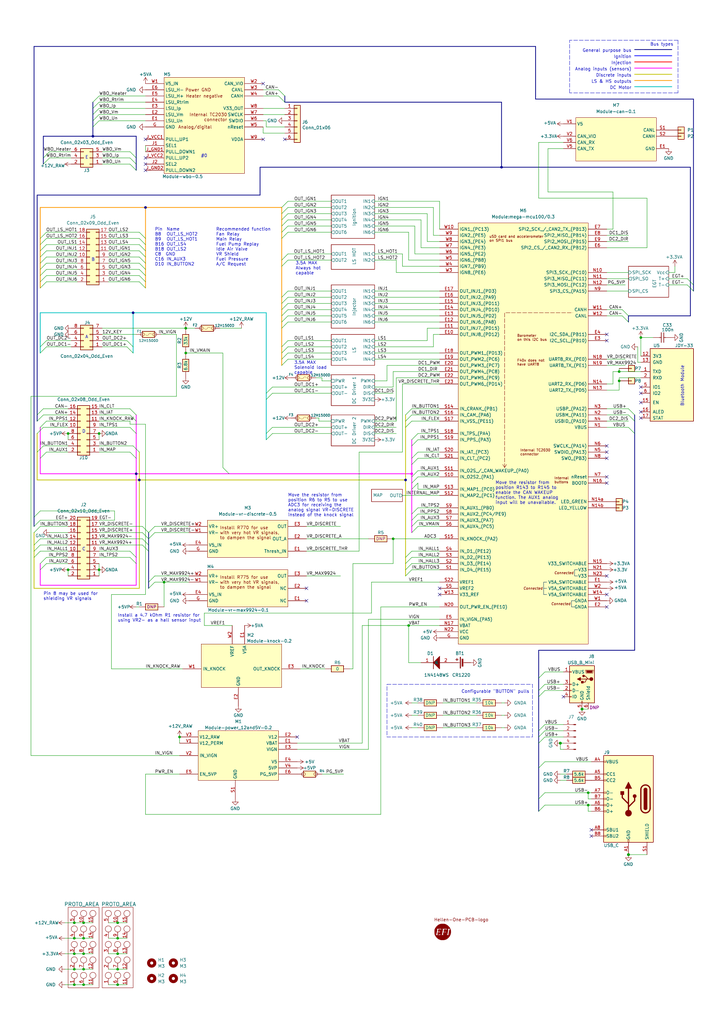
<source format=kicad_sch>
(kicad_sch (version 20231120) (generator "eeschema") (generator_version "8.0")
  (paper "A3" portrait)
  (title_block (title "UAEFI") (date "2024-03-27") (rev "C") (company "rusEFI.com") (comment 1 "https://rusefi.com/s/uaefi"))
  (junction (at 54.61 128.27))
  (junction (at 57.15 196.85))
  (junction (at 34.29 397.51))
  (junction (at 167.64 256.54))
  (junction (at 48.26 403.86))
  (junction (at 34.29 384.81))
  (junction (at 241.3 325.12))
  (junction (at 76.2 144.78))
  (junction (at 34.29 378.46))
  (junction (at 238.76 290.83) (diameter 1.016))
  (junction (at 38.1 55.88))
  (junction (at 257.81 350.52) (diameter 1.016))
  (junction (at 48.26 384.81))
  (junction (at 48.26 391.16))
  (junction (at 34.29 403.86))
  (junction (at 30.48 403.86))
  (junction (at 229.87 304.8) (diameter 1.016))
  (junction (at 262.89 138.43))
  (junction (at 67.31 238.76))
  (junction (at 40.64 177.8))
  (junction (at 168.91 194.31) (color 255 0 255 1))
  (junction (at 30.48 384.81))
  (junction (at 30.48 378.46))
  (junction (at 205.74 68.58))
  (junction (at 166.37 196.85))
  (junction (at 59.69 85.09))
  (junction (at 241.3 330.2))
  (junction (at 55.88 194.31))
  (junction (at 48.26 397.51))
  (junction (at 161.29 220.98))
  (junction (at 40.64 233.68))
  (junction (at 76.2 134.62))
  (junction (at 73.66 302.26))
  (junction (at 254 152.4))
  (junction (at 48.26 378.46))
  (junction (at 27.94 177.8))
  (junction (at 30.48 391.16))
  (junction (at 254 156.21))
  (junction (at 27.94 233.68))
  (junction (at 34.29 391.16))
  (junction (at 30.48 397.51))
  (no_connect (at 125.73 241.3))
  (no_connect (at 107.95 34.29))
  (no_connect (at 262.89 171.45))
  (no_connect (at 242.57 342.9))
  (no_connect (at 125.73 246.38))
  (no_connect (at 262.89 168.91))
  (no_connect (at 242.57 340.36))
  (no_connect (at 248.92 182.88))
  (no_connect (at 248.92 187.96))
  (no_connect (at 248.92 248.92))
  (no_connect (at 59.69 64.77))
  (no_connect (at 262.89 161.29))
  (no_connect (at 59.69 69.85))
  (no_connect (at 116.84 57.15))
  (no_connect (at 59.69 57.15))
  (no_connect (at 248.92 198.12))
  (no_connect (at 248.92 185.42))
  (no_connect (at 121.92 302.26))
  (no_connect (at 248.92 236.22))
  (no_connect (at 59.69 67.31))
  (no_connect (at 262.89 158.75))
  (no_connect (at 107.95 57.15))
  (no_connect (at 231.14 285.75))
  (no_connect (at 248.92 243.84))
  (no_connect (at 248.92 137.16))
  (no_connect (at 248.92 139.7))
  (no_connect (at 180.34 241.3))
  (no_connect (at 262.89 165.1))
  (no_connect (at 180.34 243.84))
  (no_connect (at 248.92 195.58))
  (bus_entry (at 171.45 177.8) (size -2.54 2.54))
  (bus_entry (at 114.3 36.83) (size 2.54 2.54))
  (bus_entry (at 255.27 127) (size 2.54 2.54))
  (bus_entry (at 118.11 147.32) (size -2.54 2.54))
  (bus_entry (at 19.05 172.72) (size -2.54 2.54))
  (bus_entry (at 54.61 182.88) (size 2.54 2.54))
  (bus_entry (at 19.05 100.33) (size -2.54 2.54))
  (bus_entry (at 40.64 39.37) (size -2.54 2.54))
  (bus_entry (at 223.52 325.12) (size -2.54 2.54) (stroke (width 0.1524)))
  (bus_entry (at 58.42 223.52) (size 2.54 2.54))
  (bus_entry (at 57.15 95.25) (size 2.54 2.54))
  (bus_entry (at 19.05 139.7) (size -2.54 2.54))
  (bus_entry (at 19.05 110.49) (size -2.54 2.54))
  (bus_entry (at 17.78 175.26) (size -2.54 2.54))
  (bus_entry (at 257.81 167.64) (size 2.54 2.54) (stroke (width 0.1524)))
  (bus_entry (at 168.91 172.72) (size -2.54 2.54))
  (bus_entry (at 114.3 39.37) (size 2.54 2.54))
  (bus_entry (at 171.45 187.96) (size -2.54 2.54))
  (bus_entry (at 223.52 299.72) (size -2.54 2.54))
  (bus_entry (at 16.51 213.36) (size -2.54 2.54))
  (bus_entry (at 223.52 275.59) (size -2.54 2.54))
  (bus_entry (at 223.52 283.21) (size -2.54 2.54))
  (bus_entry (at 118.11 132.08) (size -2.54 2.54))
  (bus_entry (at 111.76 177.8) (size -2.54 2.54))
  (bus_entry (at 19.05 113.03) (size -2.54 2.54))
  (bus_entry (at 168.91 231.14) (size -2.54 2.54))
  (bus_entry (at 58.42 220.98) (size 2.54 2.54))
  (bus_entry (at 168.91 228.6) (size -2.54 2.54))
  (bus_entry (at 17.78 170.18) (size -2.54 2.54))
  (bus_entry (at 19.05 185.42) (size -2.54 2.54))
  (bus_entry (at 223.52 297.18) (size -2.54 2.54))
  (bus_entry (at 118.11 142.24) (size -2.54 2.54))
  (bus_entry (at 19.05 107.95) (size -2.54 2.54))
  (bus_entry (at 40.64 44.45) (size -2.54 2.54))
  (bus_entry (at 19.05 115.57) (size -2.54 2.54))
  (bus_entry (at 57.15 113.03) (size 2.54 2.54))
  (bus_entry (at 171.45 195.58) (size -2.54 2.54))
  (bus_entry (at 118.11 127) (size -2.54 2.54))
  (bus_entry (at 57.15 110.49) (size 2.54 2.54))
  (bus_entry (at 111.76 175.26) (size -2.54 2.54))
  (bus_entry (at 16.51 226.06) (size -2.54 2.54))
  (bus_entry (at 171.45 198.12) (size -2.54 2.54))
  (bus_entry (at 171.45 210.82) (size -2.54 2.54))
  (bus_entry (at 281.94 116.84) (size 2.54 2.54))
  (bus_entry (at 118.11 92.71) (size -2.54 2.54))
  (bus_entry (at 19.05 228.6) (size -2.54 2.54))
  (bus_entry (at 171.45 185.42) (size -2.54 2.54))
  (bus_entry (at 168.91 233.68) (size -2.54 2.54))
  (bus_entry (at 53.34 185.42) (size 2.54 2.54))
  (bus_entry (at 118.11 87.63) (size -2.54 2.54))
  (bus_entry (at 17.78 167.64) (size -2.54 2.54))
  (bus_entry (at 118.11 85.09) (size -2.54 2.54))
  (bus_entry (at 40.64 41.91) (size -2.54 2.54))
  (bus_entry (at 19.05 231.14) (size -2.54 2.54))
  (bus_entry (at 19.05 95.25) (size -2.54 2.54))
  (bus_entry (at 118.11 129.54) (size -2.54 2.54))
  (bus_entry (at 118.11 104.14) (size -2.54 2.54))
  (bus_entry (at 63.5 238.76) (size -2.54 2.54))
  (bus_entry (at 63.5 218.44) (size -2.54 2.54))
  (bus_entry (at 53.34 175.26) (size 2.54 2.54))
  (bus_entry (at 57.15 100.33) (size 2.54 2.54))
  (bus_entry (at 257.81 175.26) (size 2.54 2.54) (stroke (width 0.1524)))
  (bus_entry (at 57.15 97.79) (size 2.54 2.54))
  (bus_entry (at 223.52 280.67) (size -2.54 2.54))
  (bus_entry (at 53.34 167.64) (size 2.54 2.54))
  (bus_entry (at 53.34 67.31) (size 2.54 2.54))
  (bus_entry (at 53.34 228.6) (size 2.54 2.54))
  (bus_entry (at 52.07 142.24) (size 2.54 2.54))
  (bus_entry (at 57.15 102.87) (size 2.54 2.54))
  (bus_entry (at 91.44 191.77) (size 2.54 2.54))
  (bus_entry (at 223.52 302.26) (size -2.54 2.54))
  (bus_entry (at 16.51 220.98) (size -2.54 2.54))
  (bus_entry (at 16.51 215.9) (size -2.54 2.54))
  (bus_entry (at 281.94 114.3) (size 2.54 2.54))
  (bus_entry (at 168.91 226.06) (size -2.54 2.54))
  (bus_entry (at 57.15 115.57) (size 2.54 2.54))
  (bus_entry (at 111.76 158.75) (size -2.54 2.54))
  (bus_entry (at 257.81 170.18) (size 2.54 2.54) (stroke (width 0.1524)))
  (bus_entry (at 118.11 119.38) (size -2.54 2.54))
  (bus_entry (at 168.91 170.18) (size -2.54 2.54))
  (bus_entry (at 118.11 144.78) (size -2.54 2.54))
  (bus_entry (at 53.34 170.18) (size 2.54 2.54))
  (bus_entry (at 58.42 218.44) (size 2.54 2.54))
  (bus_entry (at 118.11 106.68) (size -2.54 2.54))
  (bus_entry (at 57.15 105.41) (size 2.54 2.54))
  (bus_entry (at 118.11 139.7) (size -2.54 2.54))
  (bus_entry (at 19.05 97.79) (size -2.54 2.54))
  (bus_entry (at 118.11 95.25) (size -2.54 2.54))
  (bus_entry (at 52.07 139.7) (size 2.54 2.54))
  (bus_entry (at 171.45 208.28) (size -2.54 2.54))
  (bus_entry (at 16.51 209.55) (size -2.54 2.54))
  (bus_entry (at 118.11 82.55) (size -2.54 2.54))
  (bus_entry (at 171.45 215.9) (size -2.54 2.54))
  (bus_entry (at 17.78 182.88) (size -2.54 2.54))
  (bus_entry (at 53.34 62.23) (size 2.54 2.54))
  (bus_entry (at 223.52 330.2) (size -2.54 2.54) (stroke (width 0.1524)))
  (bus_entry (at 58.42 215.9) (size 2.54 2.54))
  (bus_entry (at 118.11 121.92) (size -2.54 2.54))
  (bus_entry (at 20.32 64.77) (size -2.54 2.54))
  (bus_entry (at 171.45 193.04) (size -2.54 2.54))
  (bus_entry (at 40.64 46.99) (size -2.54 2.54))
  (bus_entry (at 223.52 312.42) (size -2.54 2.54) (stroke (width 0.1524)))
  (bus_entry (at 171.45 213.36) (size -2.54 2.54))
  (bus_entry (at 168.91 167.64) (size -2.54 2.54))
  (bus_entry (at 63.5 215.9) (size -2.54 2.54))
  (bus_entry (at 171.45 180.34) (size -2.54 2.54))
  (bus_entry (at 40.64 49.53) (size -2.54 2.54))
  (bus_entry (at 19.05 105.41) (size -2.54 2.54))
  (bus_entry (at 53.34 226.06) (size 2.54 2.54))
  (bus_entry (at 118.11 90.17) (size -2.54 2.54))
  (bus_entry (at 255.27 129.54) (size 2.54 2.54))
  (bus_entry (at 63.5 236.22) (size -2.54 2.54))
  (bus_entry (at 118.11 124.46) (size -2.54 2.54))
  (bus_entry (at 53.34 64.77) (size 2.54 2.54))
  (bus_entry (at 57.15 107.95) (size 2.54 2.54))
  (bus_entry (at 16.51 223.52) (size -2.54 2.54))
  (bus_entry (at 19.05 142.24) (size -2.54 2.54))
  (bus_entry (at 20.32 62.23) (size -2.54 2.54))
  (bus_entry (at 111.76 161.29) (size -2.54 2.54))
  (bus_entry (at 19.05 102.87) (size -2.54 2.54))
  (wire (pts (xy 30.48 384.81) (xy 34.29 384.81)))
  (wire (pts (xy 242.57 332.74) (xy 241.3 332.74)))
  (wire (pts (xy 40.64 213.36) (xy 46.99 213.36)))
  (bus (pts (xy 55.88 177.8) (xy 55.88 187.96)) (stroke (width 0) (color 255 0 255 1)))
  (wire (pts (xy 205.74 288.29) (xy 207.01 288.29)))
  (bus (pts (xy 220.98 304.8) (xy 220.98 314.96)))
  (wire (pts (xy 44.45 97.79) (xy 57.15 97.79)))
  (wire (pts (xy 229.87 304.8) (xy 231.14 304.8)))
  (bus (pts (xy 15.24 80.01) (xy 15.24 170.18)))
  (bus (pts (xy 55.88 170.18) (xy 55.88 172.72)) (stroke (width 0) (color 255 0 255 1)))
  (wire (pts (xy 205.74 293.37) (xy 207.01 293.37)))
  (bus (pts (xy 109.22 161.29) (xy 109.22 163.83)) (stroke (width 0) (color 0 194 194 1)))
  (wire (pts (xy 29.21 64.77) (xy 20.32 64.77)))
  (wire (pts (xy 153.67 139.7) (xy 175.26 139.7)))
  (wire (pts (xy 153.67 147.32) (xy 180.34 147.32)))
  (wire (pts (xy 40.64 41.91) (xy 59.69 41.91)))
  (wire (pts (xy 111.76 158.75) (xy 135.89 158.75)))
  (wire (pts (xy 231.14 280.67) (xy 223.52 280.67)))
  (bus (pts (xy 15.24 185.42) (xy 15.24 196.85)) (stroke (width 0) (color 194 194 0 1)))
  (wire (pts (xy 41.91 67.31) (xy 53.34 67.31)))
  (wire (pts (xy 83.82 256.54) (xy 95.25 256.54)))
  (bus (pts (xy 38.1 55.88) (xy 17.78 55.88)))
  (wire (pts (xy 31.75 107.95) (xy 19.05 107.95)))
  (wire (pts (xy 153.67 119.38) (xy 180.34 119.38)))
  (wire (pts (xy 153.67 172.72) (xy 162.56 172.72)))
  (wire (pts (xy 48.26 378.46) (xy 52.07 378.46)))
  (wire (pts (xy 153.67 129.54) (xy 180.34 129.54)))
  (wire (pts (xy 41.91 62.23) (xy 53.34 62.23)))
  (wire (pts (xy 261.62 148.59) (xy 262.89 148.59)))
  (bus (pts (xy 275.59 25.4) (xy 260.35 25.4)) (stroke (width 0.3048) (color 255 0 0 1)))
  (bus (pts (xy 219.71 19.05) (xy 219.71 40.64)))
  (wire (pts (xy 132.08 154.94) (xy 132.08 156.21)))
  (wire (pts (xy 153.67 87.63) (xy 175.26 87.63)))
  (wire (pts (xy 276.86 111.76) (xy 276.86 109.22)))
  (wire (pts (xy 30.48 403.86) (xy 34.29 403.86)))
  (bus (pts (xy 16.51 85.09) (xy 16.51 97.79)) (stroke (width 0) (color 255 153 0 1)))
  (wire (pts (xy 107.95 44.45) (xy 116.84 44.45)))
  (wire (pts (xy 40.64 220.98) (xy 58.42 220.98)))
  (bus (pts (xy 109.22 177.8) (xy 109.22 180.34)) (stroke (width 0) (color 0 194 194 1)))
  (wire (pts (xy 26.67 384.81) (xy 30.48 384.81)))
  (bus (pts (xy 16.51 233.68) (xy 16.51 240.03)) (stroke (width 0) (color 255 0 255 1)))
  (wire (pts (xy 133.35 274.32) (xy 123.19 274.32)))
  (bus (pts (xy 60.96 241.3) (xy 60.96 238.76)))
  (wire (pts (xy 12.7 309.88) (xy 12.7 162.56)))
  (bus (pts (xy 275.59 33.02) (xy 260.35 33.02)) (stroke (width 0.3048) (color 255 153 0 1)))
  (wire (pts (xy 153.67 127) (xy 180.34 127)))
  (wire (pts (xy 40.64 185.42) (xy 53.34 185.42)))
  (wire (pts (xy 26.67 391.16) (xy 30.48 391.16)))
  (wire (pts (xy 242.57 325.12) (xy 241.3 325.12)))
  (wire (pts (xy 29.21 142.24) (xy 19.05 142.24)))
  (wire (pts (xy 165.1 109.22) (xy 180.34 109.22)))
  (bus (pts (xy 220.98 302.26) (xy 220.98 304.8)))
  (wire (pts (xy 180.34 82.55) (xy 180.34 93.98)))
  (bus (pts (xy 166.37 170.18) (xy 166.37 172.72)) (stroke (width 0) (color 194 194 0 1)))
  (wire (pts (xy 162.56 106.68) (xy 153.67 106.68)))
  (bus (pts (xy 220.98 327.66) (xy 220.98 332.74)))
  (wire (pts (xy 153.67 95.25) (xy 167.64 95.25)))
  (bus (pts (xy 109.22 163.83) (xy 109.22 177.8)) (stroke (width 0) (color 0 194 194 1)))
  (wire (pts (xy 40.64 223.52) (xy 58.42 223.52)))
  (wire (pts (xy 118.11 82.55) (xy 135.89 82.55)))
  (wire (pts (xy 156.21 334.01) (xy 156.21 248.92)))
  (wire (pts (xy 181.61 293.37) (xy 195.58 293.37)))
  (bus (pts (xy 15.24 170.18) (xy 15.24 172.72)))
  (bus (pts (xy 115.57 144.78) (xy 115.57 147.32)) (stroke (width 0) (color 255 153 0 1)))
  (bus (pts (xy 168.91 210.82) (xy 168.91 213.36)) (stroke (width 0) (color 255 0 255 1)))
  (wire (pts (xy 46.99 213.36) (xy 46.99 209.55)))
  (wire (pts (xy 153.67 144.78) (xy 180.34 144.78)))
  (wire (pts (xy 83.82 251.46) (xy 83.82 256.54)))
  (wire (pts (xy 40.64 49.53) (xy 59.69 49.53)))
  (wire (pts (xy 114.3 39.37) (xy 107.95 39.37)))
  (bus (pts (xy 17.78 55.88) (xy 17.78 64.77)))
  (wire (pts (xy 255.27 127) (xy 248.92 127)))
  (wire (pts (xy 167.64 106.68) (xy 180.34 106.68)))
  (bus (pts (xy 16.51 115.57) (xy 16.51 118.11)) (stroke (width 0) (color 255 153 0 1)))
  (wire (pts (xy 45.72 274.32) (xy 45.72 243.84)))
  (bus (pts (xy 55.88 55.88) (xy 38.1 55.88)))
  (wire (pts (xy 148.59 256.54) (xy 167.64 256.54)))
  (wire (pts (xy 31.75 97.79) (xy 19.05 97.79)))
  (wire (pts (xy 274.32 116.84) (xy 281.94 116.84)))
  (wire (pts (xy 248.92 99.06) (xy 257.81 99.06)))
  (wire (pts (xy 63.5 215.9) (xy 77.47 215.9)))
  (polyline (pts (xy 278.13 16.51) (xy 233.68 16.51)) (stroke (width 0) (type dash)))
  (wire (pts (xy 132.08 156.21) (xy 135.89 156.21)))
  (bus (pts (xy 15.24 177.8) (xy 15.24 185.42)) (stroke (width 0) (color 194 194 0 1)))
  (bus (pts (xy 13.97 212.09) (xy 13.97 19.05)))
  (wire (pts (xy 44.45 384.81) (xy 48.26 384.81)))
  (wire (pts (xy 44.45 110.49) (xy 57.15 110.49)))
  (bus (pts (xy 220.98 278.13) (xy 220.98 283.21)))
  (wire (pts (xy 171.45 177.8) (xy 180.34 177.8)))
  (wire (pts (xy 118.11 144.78) (xy 135.89 144.78)))
  (wire (pts (xy 27.94 228.6) (xy 19.05 228.6)))
  (wire (pts (xy 111.76 175.26) (xy 135.89 175.26)))
  (wire (pts (xy 31.75 105.41) (xy 19.05 105.41)))
  (wire (pts (xy 231.14 297.18) (xy 223.52 297.18)))
  (wire (pts (xy 147.32 185.42) (xy 165.1 185.42)))
  (bus (pts (xy 106.68 80.01) (xy 15.24 80.01)))
  (wire (pts (xy 31.75 115.57) (xy 19.05 115.57)))
  (wire (pts (xy 48.26 397.51) (xy 52.07 397.51)))
  (wire (pts (xy 251.46 152.4) (xy 251.46 157.48)))
  (wire (pts (xy 223.52 275.59) (xy 231.14 275.59)))
  (wire (pts (xy 254 151.13) (xy 254 152.4)))
  (wire (pts (xy 242.57 327.66) (xy 241.3 327.66)))
  (wire (pts (xy 118.11 92.71) (xy 135.89 92.71)))
  (wire (pts (xy 41.91 139.7) (xy 52.07 139.7)))
  (wire (pts (xy 59.69 173.99) (xy 59.69 243.84)))
  (wire (pts (xy 168.91 167.64) (xy 180.34 167.64)))
  (bus (pts (xy 115.57 142.24) (xy 115.57 144.78)) (stroke (width 0) (color 255 153 0 1)))
  (wire (pts (xy 254 154.94) (xy 254 156.21)))
  (wire (pts (xy 118.11 90.17) (xy 135.89 90.17)))
  (bus (pts (xy 205.74 68.58) (xy 106.68 68.58)))
  (wire (pts (xy 220.98 81.28) (xy 220.98 58.42)))
  (bus (pts (xy 115.57 85.09) (xy 115.57 87.63)) (stroke (width 0) (color 255 153 0 1)))
  (wire (pts (xy 251.46 93.98) (xy 251.46 78.74)))
  (wire (pts (xy 40.64 170.18) (xy 53.34 170.18)))
  (wire (pts (xy 76.2 134.62) (xy 80.01 134.62)))
  (wire (pts (xy 44.45 113.03) (xy 57.15 113.03)))
  (bus (pts (xy 59.69 97.79) (xy 59.69 100.33)) (stroke (width 0) (color 255 153 0 1)))
  (bus (pts (xy 166.37 233.68) (xy 166.37 236.22)) (stroke (width 0) (color 194 194 0 1)))
  (wire (pts (xy 171.45 210.82) (xy 180.34 210.82)))
  (wire (pts (xy 241.3 290.83) (xy 238.76 290.83)))
  (wire (pts (xy 27.94 233.68) (xy 27.94 236.22)))
  (wire (pts (xy 129.54 171.45) (xy 130.81 171.45)))
  (bus (pts (xy 220.98 283.21) (xy 220.98 285.75)))
  (bus (pts (xy 59.69 85.09) (xy 59.69 97.79)) (stroke (width 0) (color 255 153 0 1)))
  (wire (pts (xy 251.46 152.4) (xy 254 152.4)))
  (bus (pts (xy 59.69 110.49) (xy 59.69 113.03)) (stroke (width 0) (color 255 153 0 1)))
  (wire (pts (xy 172.72 101.6) (xy 180.34 101.6)))
  (bus (pts (xy 115.57 90.17) (xy 115.57 92.71)) (stroke (width 0) (color 255 153 0 1)))
  (bus (pts (xy 60.96 238.76) (xy 60.96 226.06)))
  (wire (pts (xy 248.92 111.76) (xy 257.81 111.76)))
  (wire (pts (xy 44.45 105.41) (xy 57.15 105.41)))
  (bus (pts (xy 115.57 92.71) (xy 115.57 95.25)) (stroke (width 0) (color 255 153 0 1)))
  (bus (pts (xy 260.35 266.7) (xy 260.35 177.8)))
  (wire (pts (xy 34.29 397.51) (xy 38.1 397.51)))
  (bus (pts (xy 38.1 49.53) (xy 38.1 52.07)))
  (polyline (pts (xy 278.13 38.1) (xy 233.68 38.1)) (stroke (width 0) (type dash)))
  (wire (pts (xy 248.92 170.18) (xy 257.81 170.18)))
  (wire (pts (xy 153.67 124.46) (xy 180.34 124.46)))
  (bus (pts (xy 220.98 266.7) (xy 260.35 266.7)))
  (wire (pts (xy 254 156.21) (xy 254 160.02)))
  (wire (pts (xy 231.14 307.34) (xy 229.87 307.34)))
  (wire (pts (xy 248.92 96.52) (xy 257.81 96.52)))
  (bus (pts (xy 59.69 107.95) (xy 59.69 110.49)) (stroke (width 0) (color 255 153 0 1)))
  (wire (pts (xy 72.39 162.56) (xy 72.39 137.16)))
  (bus (pts (xy 115.57 106.68) (xy 115.57 109.22)) (stroke (width 0) (color 255 153 0 1)))
  (bus (pts (xy 16.51 231.14) (xy 16.51 233.68)) (stroke (width 0) (color 255 0 255 1)))
  (wire (pts (xy 248.92 160.02) (xy 254 160.02)))
  (wire (pts (xy 40.64 177.8) (xy 40.64 180.34)))
  (bus (pts (xy 168.91 198.12) (xy 168.91 200.66)) (stroke (width 0) (color 255 0 255 1)))
  (bus (pts (xy 13.97 223.52) (xy 13.97 226.06)) (stroke (width 0) (color 194 194 0 1)))
  (bus (pts (xy 115.57 127) (xy 115.57 129.54)) (stroke (width 0) (color 255 153 0 1)))
  (wire (pts (xy 177.8 137.16) (xy 180.34 137.16)))
  (bus (pts (xy 16.51 100.33) (xy 16.51 102.87)) (stroke (width 0) (color 255 153 0 1)))
  (wire (pts (xy 40.64 218.44) (xy 58.42 218.44)))
  (wire (pts (xy 76.2 144.78) (xy 91.44 144.78)))
  (wire (pts (xy 44.45 403.86) (xy 48.26 403.86)))
  (wire (pts (xy 255.27 129.54) (xy 248.92 129.54)))
  (wire (pts (xy 63.5 236.22) (xy 77.47 236.22)))
  (bus (pts (xy 275.59 35.56) (xy 260.35 35.56)) (stroke (width 0.3048) (color 0 194 194 1)))
  (wire (pts (xy 256.54 116.84) (xy 248.92 116.84)))
  (wire (pts (xy 63.5 218.44) (xy 77.47 218.44)))
  (bus (pts (xy 283.21 68.58) (xy 205.74 68.58)))
  (bus (pts (xy 13.97 19.05) (xy 219.71 19.05)))
  (wire (pts (xy 168.91 228.6) (xy 180.34 228.6)))
  (bus (pts (xy 168.91 182.88) (xy 168.91 187.96)) (stroke (width 0) (color 255 0 255 1)))
  (bus (pts (xy 275.59 20.32) (xy 260.35 20.32)))
  (bus (pts (xy 93.98 194.31) (xy 168.91 194.31)) (stroke (width 0) (color 255 0 255 1)))
  (wire (pts (xy 107.95 49.53) (xy 109.22 49.53)))
  (wire (pts (xy 27.94 170.18) (xy 17.78 170.18)))
  (wire (pts (xy 171.45 200.66) (xy 171.45 198.12)))
  (wire (pts (xy 118.11 106.68) (xy 135.89 106.68)))
  (polyline (pts (xy 233.68 38.1) (xy 233.68 16.51)) (stroke (width 0) (type dash)))
  (wire (pts (xy 170.18 92.71) (xy 170.18 104.14)))
  (bus (pts (xy 55.88 55.88) (xy 55.88 64.77)))
  (wire (pts (xy 31.75 95.25) (xy 19.05 95.25)))
  (wire (pts (xy 48.26 391.16) (xy 52.07 391.16)))
  (bus (pts (xy 16.51 107.95) (xy 16.51 110.49)) (stroke (width 0) (color 255 153 0 1)))
  (bus (pts (xy 168.91 195.58) (xy 168.91 198.12)) (stroke (width 0) (color 255 0 255 1)))
  (bus (pts (xy 16.51 113.03) (xy 16.51 115.57)) (stroke (width 0) (color 255 153 0 1)))
  (wire (pts (xy 161.29 152.4) (xy 180.34 152.4)))
  (bus (pts (xy 13.97 226.06) (xy 13.97 228.6)) (stroke (width 0) (color 194 194 0 1)))
  (wire (pts (xy 41.91 137.16) (xy 55.88 137.16)))
  (wire (pts (xy 153.67 121.92) (xy 180.34 121.92)))
  (bus (pts (xy 168.91 194.31) (xy 168.91 195.58)) (stroke (width 0) (color 255 0 255 1)))
  (wire (pts (xy 111.76 177.8) (xy 135.89 177.8)))
  (bus (pts (xy 59.69 113.03) (xy 59.69 115.57)) (stroke (width 0) (color 255 153 0 1)))
  (wire (pts (xy 118.11 127) (xy 135.89 127)))
  (wire (pts (xy 31.75 113.03) (xy 19.05 113.03)))
  (wire (pts (xy 44.45 102.87) (xy 57.15 102.87)))
  (bus (pts (xy 260.35 170.18) (xy 260.35 172.72)))
  (wire (pts (xy 129.54 154.94) (xy 132.08 154.94)))
  (wire (pts (xy 175.26 134.62) (xy 180.34 134.62)))
  (bus (pts (xy 55.88 240.03) (xy 16.51 240.03)) (stroke (width 0) (color 255 0 255 1)))
  (bus (pts (xy 166.37 196.85) (xy 166.37 228.6)) (stroke (width 0) (color 194 194 0 1)))
  (wire (pts (xy 274.32 114.3) (xy 281.94 114.3)))
  (wire (pts (xy 161.29 220.98) (xy 180.34 220.98)))
  (wire (pts (xy 229.87 317.5) (xy 232.41 317.5)))
  (wire (pts (xy 223.52 312.42) (xy 242.57 312.42)))
  (wire (pts (xy 265.43 101.6) (xy 265.43 81.28)))
  (wire (pts (xy 248.92 101.6) (xy 265.43 101.6)))
  (wire (pts (xy 265.43 350.52) (xy 257.81 350.52)))
  (wire (pts (xy 30.48 378.46) (xy 34.29 378.46)))
  (wire (pts (xy 29.21 62.23) (xy 20.32 62.23)))
  (wire (pts (xy 118.11 85.09) (xy 135.89 85.09)))
  (bus (pts (xy 106.68 68.58) (xy 106.68 80.01)))
  (bus (pts (xy 16.51 187.96) (xy 16.51 194.31)) (stroke (width 0) (color 255 0 255 1)))
  (bus (pts (xy 59.69 102.87) (xy 59.69 105.41)) (stroke (width 0) (color 255 153 0 1)))
  (wire (pts (xy 27.94 215.9) (xy 16.51 215.9)))
  (wire (pts (xy 162.56 111.76) (xy 162.56 106.68)))
  (wire (pts (xy 125.73 226.06) (xy 147.32 226.06)))
  (wire (pts (xy 12.7 162.56) (xy 72.39 162.56)))
  (bus (pts (xy 55.88 231.14) (xy 55.88 240.03)) (stroke (width 0) (color 255 0 255 1)))
  (wire (pts (xy 59.69 317.5) (xy 73.66 317.5)))
  (wire (pts (xy 248.92 172.72) (xy 257.81 172.72)))
  (wire (pts (xy 48.26 384.81) (xy 52.07 384.81)))
  (wire (pts (xy 172.72 90.17) (xy 172.72 101.6)))
  (wire (pts (xy 158.75 149.86) (xy 180.34 149.86)))
  (bus (pts (xy 168.91 200.66) (xy 168.91 210.82)) (stroke (width 0) (color 255 0 255 1)))
  (wire (pts (xy 267.97 138.43) (xy 262.89 138.43)))
  (wire (pts (xy 153.67 85.09) (xy 177.8 85.09)))
  (wire (pts (xy 118.11 142.24) (xy 135.89 142.24)))
  (bus (pts (xy 168.91 180.34) (xy 168.91 182.88)) (stroke (width 0) (color 255 0 255 1)))
  (wire (pts (xy 44.45 115.57) (xy 57.15 115.57)))
  (bus (pts (xy 13.97 215.9) (xy 13.97 212.09)))
  (wire (pts (xy 144.78 231.14) (xy 161.29 231.14)))
  (wire (pts (xy 45.72 274.32) (xy 74.93 274.32)))
  (wire (pts (xy 53.34 173.99) (xy 59.69 173.99)))
  (wire (pts (xy 44.45 95.25) (xy 57.15 95.25)))
  (wire (pts (xy 118.11 124.46) (xy 135.89 124.46)))
  (wire (pts (xy 156.21 248.92) (xy 180.34 248.92)))
  (wire (pts (xy 165.1 157.48) (xy 180.34 157.48)))
  (wire (pts (xy 143.51 274.32) (xy 144.78 274.32)))
  (wire (pts (xy 162.56 172.72) (xy 162.56 154.94)))
  (wire (pts (xy 147.32 226.06) (xy 147.32 185.42)))
  (wire (pts (xy 165.1 203.2) (xy 180.34 203.2)))
  (bus (pts (xy 260.35 172.72) (xy 260.35 177.8)))
  (wire (pts (xy 171.45 193.04) (xy 180.34 193.04)))
  (wire (pts (xy 161.29 231.14) (xy 161.29 220.98)))
  (wire (pts (xy 229.87 320.04) (xy 232.41 320.04)))
  (bus (pts (xy 60.96 223.52) (xy 60.96 226.06)))
  (wire (pts (xy 53.34 172.72) (xy 53.34 173.99)))
  (bus (pts (xy 59.69 115.57) (xy 59.69 118.11)) (stroke (width 0) (color 255 153 0 1)))
  (wire (pts (xy 168.91 293.37) (xy 171.45 293.37)))
  (wire (pts (xy 17.78 182.88) (xy 27.94 182.88)))
  (bus (pts (xy 220.98 285.75) (xy 220.98 299.72)))
  (wire (pts (xy 153.67 175.26) (xy 162.56 175.26)))
  (bus (pts (xy 54.61 142.24) (xy 54.61 144.78)) (stroke (width 0) (color 0 194 194 1)))
  (wire (pts (xy 40.64 46.99) (xy 59.69 46.99)))
  (wire (pts (xy 40.64 182.88) (xy 54.61 182.88)))
  (wire (pts (xy 59.69 334.01) (xy 156.21 334.01)))
  (bus (pts (xy 60.96 220.98) (xy 60.96 223.52)))
  (wire (pts (xy 132.08 317.5) (xy 140.97 317.5)))
  (bus (pts (xy 13.97 218.44) (xy 13.97 223.52)) (stroke (width 0) (color 194 194 0 1)))
  (wire (pts (xy 34.29 391.16) (xy 38.1 391.16)))
  (bus (pts (xy 55.88 194.31) (xy 93.98 194.31)) (stroke (width 0) (color 255 0 255 1)))
  (bus (pts (xy 284.48 40.64) (xy 284.48 116.84)))
  (wire (pts (xy 40.64 167.64) (xy 53.34 167.64)))
  (bus (pts (xy 55.88 194.31) (xy 55.88 228.6)) (stroke (width 0) (color 255 0 255 1)))
  (bus (pts (xy 115.57 124.46) (xy 115.57 127)) (stroke (width 0) (color 255 153 0 1)))
  (wire (pts (xy 114.3 36.83) (xy 107.95 36.83)))
  (wire (pts (xy 153.67 104.14) (xy 165.1 104.14)))
  (wire (pts (xy 27.94 226.06) (xy 16.51 226.06)))
  (bus (pts (xy 115.57 85.09) (xy 59.69 85.09)) (stroke (width 0) (color 255 153 0 1)))
  (wire (pts (xy 130.81 172.72) (xy 135.89 172.72)))
  (wire (pts (xy 153.67 142.24) (xy 177.8 142.24)))
  (wire (pts (xy 175.26 99.06) (xy 180.34 99.06)))
  (wire (pts (xy 118.11 95.25) (xy 135.89 95.25)))
  (bus (pts (xy 115.57 87.63) (xy 115.57 90.17)) (stroke (width 0) (color 255 153 0 1)))
  (wire (pts (xy 118.11 139.7) (xy 135.89 139.7)))
  (bus (pts (xy 16.51 105.41) (xy 16.51 107.95)) (stroke (width 0) (color 255 153 0 1)))
  (wire (pts (xy 40.64 39.37) (xy 59.69 39.37)))
  (wire (pts (xy 231.14 302.26) (xy 223.52 302.26)))
  (wire (pts (xy 34.29 403.86) (xy 38.1 403.86)))
  (bus (pts (xy 168.91 187.96) (xy 168.91 190.5)) (stroke (width 0) (color 255 0 255 1)))
  (wire (pts (xy 152.4 238.76) (xy 180.34 238.76)))
  (bus (pts (xy 16.51 110.49) (xy 16.51 113.03)) (stroke (width 0) (color 255 153 0 1)))
  (wire (pts (xy 220.98 58.42) (xy 231.14 58.42)))
  (bus (pts (xy 284.48 116.84) (xy 284.48 119.38)))
  (wire (pts (xy 262.89 138.43) (xy 262.89 146.05)))
  (wire (pts (xy 151.13 254) (xy 180.34 254)))
  (wire (pts (xy 31.75 110.49) (xy 19.05 110.49)))
  (polyline (pts (xy 278.13 16.51) (xy 278.13 38.1)) (stroke (width 0) (type dash)))
  (wire (pts (xy 44.45 378.46) (xy 48.26 378.46)))
  (bus (pts (xy 38.1 46.99) (xy 38.1 49.53)))
  (wire (pts (xy 121.92 304.8) (xy 148.59 304.8)))
  (bus (pts (xy 55.88 64.77) (xy 55.88 67.31)))
  (bus (pts (xy 16.51 194.31) (xy 55.88 194.31)) (stroke (width 0) (color 255 0 255 1)))
  (wire (pts (xy 26.67 378.46) (xy 30.48 378.46)))
  (wire (pts (xy 248.92 119.38) (xy 257.81 119.38)))
  (wire (pts (xy 40.64 172.72) (xy 53.34 172.72)))
  (wire (pts (xy 175.26 139.7) (xy 175.26 134.62)))
  (wire (pts (xy 224.79 78.74) (xy 224.79 60.96)))
  (bus (pts (xy 38.1 52.07) (xy 38.1 55.88)))
  (wire (pts (xy 48.26 403.86) (xy 52.07 403.86)))
  (wire (pts (xy 167.64 256.54) (xy 167.64 271.78)))
  (wire (pts (xy 251.46 78.74) (xy 224.79 78.74)))
  (wire (pts (xy 118.11 87.63) (xy 135.89 87.63)))
  (bus (pts (xy 219.71 40.64) (xy 284.48 40.64)))
  (wire (pts (xy 41.91 64.77) (xy 53.34 64.77)))
  (wire (pts (xy 153.67 90.17) (xy 172.72 90.17)))
  (wire (pts (xy 171.45 185.42) (xy 180.34 185.42)))
  (wire (pts (xy 161.29 158.75) (xy 161.29 152.4)))
  (wire (pts (xy 151.13 307.34) (xy 151.13 254)))
  (wire (pts (xy 153.67 92.71) (xy 170.18 92.71)))
  (wire (pts (xy 241.3 327.66) (xy 241.3 325.12)))
  (wire (pts (xy 168.91 226.06) (xy 180.34 226.06)))
  (wire (pts (xy 153.67 156.21) (xy 158.75 156.21)))
  (wire (pts (xy 165.1 185.42) (xy 165.1 157.48)))
  (bus (pts (xy 115.57 121.92) (xy 115.57 124.46)) (stroke (width 0) (color 255 153 0 1)))
  (wire (pts (xy 265.43 81.28) (xy 220.98 81.28)))
  (bus (pts (xy 115.57 134.62) (xy 115.57 142.24)) (stroke (width 0) (color 255 153 0 1)))
  (wire (pts (xy 27.94 185.42) (xy 19.05 185.42)))
  (bus (pts (xy 166.37 172.72) (xy 166.37 175.26)) (stroke (width 0) (color 194 194 0 1)))
  (wire (pts (xy 59.69 59.69) (xy 59.69 62.23)))
  (wire (pts (xy 251.46 157.48) (xy 248.92 157.48)))
  (wire (pts (xy 67.31 238.76) (xy 77.47 238.76)))
  (bus (pts (xy 275.59 22.86) (xy 260.35 22.86)) (stroke (width 0.3048) (color 0 0 255 1)))
  (bus (pts (xy 16.51 142.24) (xy 16.51 128.27)) (stroke (width 0) (color 0 194 194 1)))
  (wire (pts (xy 26.67 403.86) (xy 30.48 403.86)))
  (wire (pts (xy 66.04 137.16) (xy 72.39 137.16)))
  (wire (pts (xy 107.95 46.99) (xy 116.84 46.99)))
  (wire (pts (xy 248.92 149.86) (xy 256.54 149.86)))
  (bus (pts (xy 257.81 132.08) (xy 257.81 129.54)))
  (wire (pts (xy 16.51 209.55) (xy 46.99 209.55)))
  (bus (pts (xy 59.69 105.41) (xy 59.69 107.95)) (stroke (width 0) (color 255 153 0 1)))
  (wire (pts (xy 171.45 208.28) (xy 180.34 208.28)))
  (bus (pts (xy 168.91 213.36) (xy 168.91 215.9)) (stroke (width 0) (color 255 0 255 1)))
  (wire (pts (xy 59.69 334.01) (xy 59.69 317.5)))
  (wire (pts (xy 248.92 175.26) (xy 257.81 175.26)))
  (wire (pts (xy 171.45 187.96) (xy 180.34 187.96)))
  (wire (pts (xy 241.3 325.12) (xy 223.52 325.12)))
  (bus (pts (xy 116.84 41.91) (xy 205.74 41.91)))
  (bus (pts (xy 16.51 97.79) (xy 16.51 100.33)) (stroke (width 0) (color 255 153 0 1)))
  (bus (pts (xy 54.61 128.27) (xy 109.22 128.27)) (stroke (width 0) (color 0 194 194 1)))
  (wire (pts (xy 44.45 397.51) (xy 48.26 397.51)))
  (wire (pts (xy 231.14 299.72) (xy 223.52 299.72)))
  (wire (pts (xy 118.11 132.08) (xy 135.89 132.08)))
  (wire (pts (xy 20.32 218.44) (xy 27.94 218.44)))
  (wire (pts (xy 153.67 82.55) (xy 180.34 82.55)))
  (wire (pts (xy 170.18 104.14) (xy 180.34 104.14)))
  (bus (pts (xy 168.91 190.5) (xy 168.91 194.31)) (stroke (width 0) (color 255 0 255 1)))
  (wire (pts (xy 31.75 102.87) (xy 19.05 102.87)))
  (wire (pts (xy 40.64 228.6) (xy 53.34 228.6)))
  (wire (pts (xy 241.3 332.74) (xy 241.3 330.2)))
  (wire (pts (xy 180.34 111.76) (xy 162.56 111.76)))
  (wire (pts (xy 241.3 330.2) (xy 223.52 330.2)))
  (bus (pts (xy 59.69 100.33) (xy 59.69 102.87)) (stroke (width 0) (color 255 153 0 1)))
  (bus (pts (xy 115.57 147.32) (xy 115.57 149.86)) (stroke (width 0) (color 255 153 0 1)))
  (bus (pts (xy 16.51 102.87) (xy 16.51 105.41)) (stroke (width 0) (color 255 153 0 1)))
  (wire (pts (xy 167.64 271.78) (xy 172.72 271.78)))
  (bus (pts (xy 57.15 185.42) (xy 57.15 196.85)) (stroke (width 0) (color 194 194 0 1)))
  (wire (pts (xy 44.45 107.95) (xy 57.15 107.95)))
  (wire (pts (xy 148.59 304.8) (xy 148.59 256.54)))
  (wire (pts (xy 41.91 142.24) (xy 52.07 142.24)))
  (wire (pts (xy 27.94 213.36) (xy 16.51 213.36)))
  (bus (pts (xy 116.84 39.37) (xy 116.84 41.91)))
  (bus (pts (xy 55.88 228.6) (xy 55.88 231.14)) (stroke (width 0) (color 255 0 255 1)))
  (wire (pts (xy 29.21 139.7) (xy 19.05 139.7)))
  (bus (pts (xy 205.74 41.91) (xy 205.74 68.58)))
  (wire (pts (xy 152.4 251.46) (xy 83.82 251.46)))
  (wire (pts (xy 30.48 397.51) (xy 34.29 397.51)))
  (wire (pts (xy 118.11 119.38) (xy 135.89 119.38)))
  (wire (pts (xy 125.73 236.22) (xy 139.7 236.22)))
  (wire (pts (xy 254 152.4) (xy 262.89 152.4)))
  (wire (pts (xy 41.91 134.62) (xy 76.2 134.62)))
  (wire (pts (xy 144.78 274.32) (xy 144.78 231.14)))
  (bus (pts (xy 220.98 299.72) (xy 220.98 302.26)))
  (wire (pts (xy 175.26 87.63) (xy 175.26 99.06)))
  (wire (pts (xy 34.29 378.46) (xy 38.1 378.46)))
  (wire (pts (xy 27.94 177.8) (xy 27.94 180.34)))
  (wire (pts (xy 167.64 95.25) (xy 167.64 106.68)))
  (wire (pts (xy 44.45 100.33) (xy 57.15 100.33)))
  (wire (pts (xy 90.17 134.62) (xy 99.06 134.62)))
  (wire (pts (xy 118.11 147.32) (xy 135.89 147.32)))
  (wire (pts (xy 180.34 200.66) (xy 171.45 200.66)))
  (wire (pts (xy 73.66 302.26) (xy 73.66 304.8)))
  (bus (pts (xy 55.88 172.72) (xy 55.88 177.8)) (stroke (width 0) (color 255 0 255 1)))
  (wire (pts (xy 168.91 233.68) (xy 180.34 233.68)))
  (bus (pts (xy 166.37 228.6) (xy 166.37 231.14)) (stroke (width 0) (color 194 194 0 1)))
  (wire (pts (xy 167.64 256.54) (xy 180.34 256.54)))
  (wire (pts (xy 121.92 307.34) (xy 151.13 307.34)))
  (bus (pts (xy 54.61 128.27) (xy 54.61 142.24)) (stroke (width 0) (color 0 194 194 1)))
  (bus (pts (xy 115.57 95.25) (xy 115.57 97.79)) (stroke (width 0) (color 255 153 0 1)))
  (wire (pts (xy 27.94 231.14) (xy 19.05 231.14)))
  (wire (pts (xy 229.87 307.34) (xy 229.87 304.8)))
  (wire (pts (xy 168.91 288.29) (xy 171.45 288.29)))
  (wire (pts (xy 125.73 220.98) (xy 151.13 220.98)))
  (wire (pts (xy 67.31 238.76) (xy 67.31 248.92)))
  (wire (pts (xy 168.91 298.45) (xy 171.45 298.45)))
  (wire (pts (xy 125.73 215.9) (xy 139.7 215.9)))
  (wire (pts (xy 111.76 161.29) (xy 135.89 161.29)))
  (bus (pts (xy 16.51 128.27) (xy 54.61 128.27)) (stroke (width 0) (color 0 194 194 1)))
  (wire (pts (xy 171.45 195.58) (xy 180.34 195.58)))
  (bus (pts (xy 57.15 196.85) (xy 57.15 241.3)) (stroke (width 0) (color 194 194 0 1)))
  (bus (pts (xy 115.57 132.08) (xy 115.57 134.62)) (stroke (width 0) (color 255 153 0 1)))
  (wire (pts (xy 40.64 226.06) (xy 53.34 226.06)))
  (wire (pts (xy 118.11 129.54) (xy 135.89 129.54)))
  (wire (pts (xy 168.91 170.18) (xy 180.34 170.18)))
  (wire (pts (xy 30.48 391.16) (xy 34.29 391.16)))
  (wire (pts (xy 130.81 171.45) (xy 130.81 172.72)))
  (wire (pts (xy 55.88 248.92) (xy 57.15 248.92)))
  (wire (pts (xy 158.75 156.21) (xy 158.75 149.86)))
  (bus (pts (xy 16.51 175.26) (xy 16.51 187.96)) (stroke (width 0) (color 255 0 255 1)))
  (bus (pts (xy 59.69 85.09) (xy 16.51 85.09)) (stroke (width 0) (color 255 153 0 1)))
  (bus (pts (xy 275.59 27.94) (xy 260.35 27.94)) (stroke (width 0.3048) (color 255 0 255 1)))
  (bus (pts (xy 16.51 144.78) (xy 16.51 142.24)) (stroke (width 0) (color 0 194 194 1)))
  (bus (pts (xy 168.91 215.9) (xy 168.91 218.44)) (stroke (width 0) (color 255 0 255 1)))
  (wire (pts (xy 153.67 158.75) (xy 161.29 158.75)))
  (wire (pts (xy 109.22 49.53) (xy 109.22 52.07)))
  (bus (pts (xy 275.59 30.48) (xy 260.35 30.48)) (stroke (width 0.3048) (color 194 194 0 1)))
  (bus (pts (xy 115.57 129.54) (xy 115.57 132.08)) (stroke (width 0) (color 255 153 0 1)))
  (wire (pts (xy 224.79 60.96) (xy 231.14 60.96)))
  (wire (pts (xy 153.67 132.08) (xy 180.34 132.08)))
  (wire (pts (xy 26.67 397.51) (xy 30.48 397.51)))
  (wire (pts (xy 205.74 298.45) (xy 207.01 298.45)))
  (bus (pts (xy 115.57 97.79) (xy 115.57 106.68)) (stroke (width 0) (color 255 153 0 1)))
  (wire (pts (xy 171.45 180.34) (xy 180.34 180.34)))
  (wire (pts (xy 231.14 283.21) (xy 223.52 283.21)))
  (wire (pts (xy 109.22 52.07) (xy 116.84 52.07)))
  (wire (pts (xy 153.67 177.8) (xy 162.56 177.8)))
  (bus (pts (xy 220.98 314.96) (xy 220.98 327.66)))
  (wire (pts (xy 261.62 142.24) (xy 261.62 148.59)))
  (wire (pts (xy 12.7 309.88) (xy 73.66 309.88)))
  (wire (pts (xy 118.11 104.14) (xy 135.89 104.14)))
  (wire (pts (xy 40.64 231.14) (xy 40.64 233.68)))
  (bus (pts (xy 38.1 41.91) (xy 38.1 44.45)))
  (wire (pts (xy 168.91 231.14) (xy 180.34 231.14)))
  (bus (pts (xy 115.57 109.22) (xy 115.57 121.92)) (stroke (width 0) (color 255 153 0 1)))
  (bus (pts (xy 55.88 67.31) (xy 55.88 69.85)))
  (wire (pts (xy 118.11 121.92) (xy 135.89 121.92)))
  (wire (pts (xy 177.8 142.24) (xy 177.8 137.16)))
  (wire (pts (xy 274.32 111.76) (xy 276.86 111.76)))
  (wire (pts (xy 248.92 147.32) (xy 256.54 147.32)))
  (wire (pts (xy 242.57 330.2) (xy 241.3 330.2)))
  (wire (pts (xy 31.75 100.33) (xy 19.05 100.33)))
  (wire (pts (xy 248.92 93.98) (xy 251.46 93.98)))
  (wire (pts (xy 162.56 154.94) (xy 180.34 154.94)))
  (wire (pts (xy 254 154.94) (xy 262.89 154.94)))
  (bus (pts (xy 55.88 187.96) (xy 55.88 194.31)) (stroke (width 0) (color 255 0 255 1)))
  (wire (pts (xy 107.95 54.61) (xy 116.84 54.61)))
  (bus (pts (xy 57.15 241.3) (xy 13.97 241.3)) (stroke (width 0) (color 194 194 0 1)))
  (wire (pts (xy 34.29 384.81) (xy 38.1 384.81)))
  (wire (pts (xy 165.1 104.14) (xy 165.1 109.22)))
  (wire (pts (xy 40.64 233.68) (xy 40.64 236.22)))
  (wire (pts (xy 177.8 96.52) (xy 180.34 96.52)))
  (wire (pts (xy 27.94 167.64) (xy 17.78 167.64)))
  (wire (pts (xy 171.45 215.9) (xy 180.34 215.9)))
  (bus (pts (xy 38.1 44.45) (xy 38.1 46.99)))
  (wire (pts (xy 248.92 114.3) (xy 257.81 114.3)))
  (wire (pts (xy 44.45 391.16) (xy 48.26 391.16)))
  (bus (pts (xy 166.37 196.85) (xy 57.15 196.85)) (stroke (width 0) (color 194 194 0 1)))
  (wire (pts (xy 152.4 238.76) (xy 152.4 251.46)))
  (bus (pts (xy 166.37 175.26) (xy 166.37 196.85)) (stroke (width 0) (color 194 194 0 1)))
  (wire (pts (xy 27.94 223.52) (xy 16.51 223.52)))
  (wire (pts (xy 17.78 175.26) (xy 27.94 175.26)))
  (wire (pts (xy 45.72 243.84) (xy 59.69 243.84)))
  (bus (pts (xy 109.22 128.27) (xy 109.22 161.29)) (stroke (width 0) (color 0 194 194 1)))
  (bus (pts (xy 17.78 64.77) (xy 17.78 67.31)))
  (wire (pts (xy 27.94 220.98) (xy 16.51 220.98)))
  (bus (pts (xy 166.37 231.14) (xy 166.37 233.68)) (stroke (width 0) (color 194 194 0 1)))
  (wire (pts (xy 248.92 167.64) (xy 257.81 167.64)))
  (bus (pts (xy 283.21 129.54) (xy 283.21 68.58)))
  (bus (pts (xy 220.98 266.7) (xy 220.98 278.13)))
  (wire (pts (xy 181.61 298.45) (xy 195.58 298.45)))
  (wire (pts (xy 27.94 172.72) (xy 19.05 172.72)))
  (wire (pts (xy 91.44 144.78) (xy 91.44 191.77)))
  (wire (pts (xy 63.5 238.76) (xy 67.31 238.76)))
  (wire (pts (xy 40.64 175.26) (xy 53.34 175.26)))
  (wire (pts (xy 171.45 213.36) (xy 180.34 213.36)))
  (wire (pts (xy 153.67 161.29) (xy 161.29 161.29)))
  (bus (pts (xy 15.24 196.85) (xy 57.15 196.85)) (stroke (width 0) (color 194 194 0 1)))
  (bus (pts (xy 60.96 218.44) (xy 60.96 220.98)))
  (wire (pts (xy 107.95 52.07) (xy 107.95 54.61)))
  (wire (pts (xy 177.8 85.09) (xy 177.8 96.52)))
  (wire (pts (xy 181.61 288.29) (xy 195.58 288.29)))
  (bus (pts (xy 13.97 228.6) (xy 13.97 241.3)) (stroke (width 0) (color 194 194 0 1)))
  (wire (pts (xy 40.64 215.9) (xy 58.42 215.9)))
  (wire (pts (xy 40.64 44.45) (xy 59.69 44.45)))
  (bus (pts (xy 257.81 129.54) (xy 283.21 129.54)))
  (wire (pts (xy 168.91 172.72) (xy 180.34 172.72)))
  (rectangle (start 158.75 280.67) (end 218.44 302.26) (stroke (width 0) (type dash)))
  (text "Move the resistor from\nposition R6 to R5 to use \nADC3 for receiving the\nanalog signal VR-DISCRETE\ninstead of the knock signal" (at 118.11 212.09 0) (effects (font (size 1.27 1.27)) (justify left bottom)))
  (text "Bluetooth Module" (at 280.67 149.86 90) (effects (font (size 1.27 1.27)) (justify right bottom)))
  (text "Configurable \"BUTTON\" pulls" (at 189.23 284.48 0) (effects (font (size 1.27 1.27)) (justify left bottom)))
  (text "General purpose bus" (at 259.08 21.59 0) (effects (font (size 1.27 1.27)) (justify right bottom)))
  (text "Bus types" (at 266.7 19.05 0) (effects (font (size 1.27 1.27)) (justify left bottom)))
  (text "3.5A MAX\nSolenoid load\ncapable" (at 120.65 153.67 0) (effects (font (size 1.27 1.27)) (justify left bottom)))
  (text "D" (at 33.655 177.8 0) (effects (font (size 1.27 1.27)) (justify left bottom)))
  (text "Move the resistor from\nposition R143 to R145 to\nenable the CAN WAKEUP\nfunction. The AUX1 analog\ninput will be unavailable." (at 203.2 207.01 0) (effects (font (size 1.27 1.27)) (justify left bottom)))
  (text "C" (at 33.655 226.06 0) (effects (font (size 1.27 1.27)) (justify left bottom)))
  (text "Pin	Name			Recommended function\nB8	OUT_LS_HOT2		Fan Relay\nB9	OUT_LS_HOT1		Main Relay\nB16	OUT_LS4			Fuel Pump Replay\nB18	OUT_LS2			Idle Air Valve\nC8  GND  			VR Shield\nC16	IN_AUX3			Fuel Pressure\nD10	IN_BUTTON2		A/C Request" (at 63.5 109.22 0) (effects (font (size 1.27 1.27)) (justify left bottom)))
  (text "Injection" (at 259.08 26.67 0) (effects (font (size 1.27 1.27)) (justify right bottom)))
  (text "3.5A MAX\nAlways hot\ncapable" (at 121.2103 112.8584 0) (effects (font (size 1.27 1.27)) (justify left bottom)))
  (text "E" (at 34.925 65.405 0) (effects (font (size 1.27 1.27)) (justify left bottom)))
  (text "Discrete inputs" (at 259.08 31.75 0) (effects (font (size 1.27 1.27)) (justify right bottom)))
  (text "LS & HS outputs" (at 259.08 34.29 0) (effects (font (size 1.27 1.27)) (justify right bottom)))
  (text "Install a 4.7 kOhm R1 resistor for \nusing VR2- as a hall sensor input" (at 48.26 255.27 0) (effects (font (size 1.27 1.27)) (justify left bottom)))
  (text "B" (at 37.465 107.315 0) (effects (font (size 1.27 1.27)) (justify left bottom)))
  (text "A" (at 34.925 139.065 0) (effects (font (size 1.27 1.27)) (justify left bottom)))
  (text "Analog inputs (sensors)" (at 259.08 29.21 0) (effects (font (size 1.27 1.27)) (justify right bottom)))
  (text "#0" (at 85.09 64.77 0) (effects (font (size 1.27 1.27)) (justify right bottom)))
  (text "Ignition" (at 259.08 24.13 0) (effects (font (size 1.27 1.27)) (justify right bottom)))
  (text "DC Motor" (at 259.08 36.83 0) (effects (font (size 1.27 1.27)) (justify right bottom)))
  (text "Pin 8 may be used for \nshielding VR signals" (at 17.78 246.38 0) (effects (font (size 1.27 1.27)) (justify left bottom)))
  (label "OUT_LS2" (at 44.45 95.25 0))
  (label "WBO_Heater" (at 40.64 39.37 0))
  (label "VR_DISCRETE_A" (at 125.73 220.98 0))
  (label "OUT_IGN3" (at 44.45 110.49 0))
  (label "PG_5VP" (at 256.54 116.84 180))
  (label "IN_HALL1" (at 180.34 226.06 180))
  (label "OUT_LS1" (at 31.75 100.33 180))
  (label "IN_PPS1" (at 180.34 180.34 180))
  (label "VR_DISCRETE+" (at 66.04 215.9 0))
  (label "IN_KNOCK_RAW" (at 40.64 172.72 0))
  (label "OUT_LS1" (at 120.65 139.7 0))
  (label "DC2_DIR" (at 153.67 175.26 0))
  (label "IN_BUTTON1" (at 181.61 288.29 0))
  (label "IN_PPS2" (at 27.94 228.6 180))
  (label "OUT_DC1-" (at 120.65 161.29 0))
  (label "OUT_IGN3" (at 120.65 87.63 0))
  (label "IN_CLT" (at 46.99 167.64 180))
  (label "LS3" (at 154.94 144.78 0))
  (label "OUT_DC1-" (at 29.21 142.24 180))
  (label "IN_CLT" (at 180.34 187.96 180))
  (label "OUT_INJ4" (at 120.65 127 0))
  (label "IN_AUX2" (at 27.94 231.14 180))
  (label "OUT_LS4" (at 120.65 147.32 0))
  (label "OUT_DC2-" (at 120.65 177.8 0))
  (label "INJ6" (at 154.94 132.08 0))
  (label "VR_DISCRETE-" (at 40.64 215.9 0))
  (label "OUT_INJ1" (at 120.65 119.38 0))
  (label "CAN+" (at 255.27 127 180))
  (label "IGN5" (at 154.94 92.71 0))
  (label "12V_KEY" (at 41.91 137.16 0))
  (label "IN_FLEX" (at 180.34 172.72 180))
  (label "OUT_LS4" (at 44.45 100.33 0))
  (label "OUT_LS_HOT1" (at 31.75 95.25 180))
  (label "IN_MAP" (at 40.64 185.42 0))
  (label "VIGN" (at 143.51 307.34 180))
  (label "VBAT" (at 167.64 256.54 0))
  (label "IN_HALL2" (at 180.34 228.6 180))
  (label "IGN6" (at 154.94 95.25 0))
  (label "VR_MAX9924" (at 125.73 236.22 0))
  (label "USB+" (at 251.46 167.64 0))
  (label "USB+" (at 223.52 302.26 0))
  (label "USB-" (at 241.3 325.12 180))
  (label "OUT_LS_HOT2" (at 31.75 97.79 180))
  (label "OUT_LS_HOT2" (at 133.35 106.68 180))
  (label "VREF1" (at 167.64 238.76 0))
  (label "IN_BUTTON1" (at 180.34 167.64 180))
  (label "IN_TPS1" (at 40.64 175.26 0))
  (label "OUT_LS3" (at 120.65 144.78 0))
  (label "INJ4" (at 154.94 127 0))
  (label "VR_DISCRETE+" (at 40.64 218.44 0))
  (label "WBO_Ip" (at 40.64 44.45 0))
  (label "DC1_DIS" (at 257.81 96.52 180))
  (label "LS4" (at 154.94 147.32 0))
  (label "IN_HALL2" (at 27.94 223.52 180))
  (label "USB-" (at 223.52 299.72 0))
  (label "WBO_Un" (at 41.91 67.31 0))
  (label "VBUS" (at 224.79 275.59 0))
  (label "INJ5" (at 154.94 129.54 0))
  (label "IN_KNOCK" (at 133.35 274.32 180))
  (label "WBO_Vm" (at 41.91 62.23 0))
  (label "OUT_INJ5" (at 31.75 113.03 180))
  (label "WBO_Ip" (at 41.91 64.77 0))
  (label "DC2_DIS" (at 257.81 172.72 180))
  (label "VR_MAX9924-" (at 40.64 220.98 0))
  (label "IGN2" (at 154.94 85.09 0))
  (label "OUT_LS3" (at 44.45 97.79 0))
  (label "USB-" (at 251.46 170.18 0))
  (label "IN_BUTTON1" (at 27.94 182.88 180))
  (label "OUT_IGN5" (at 44.45 107.95 0))
  (label "OUT_IGN4" (at 120.65 90.17 0))
  (label "IN_TPS2" (at 40.64 228.6 0))
  (label "DC2_PWM" (at 153.67 172.72 0))
  (label "OUT_IGN6" (at 44.45 115.57 0))
  (label "CAN+" (at 114.3 39.37 180))
  (label "VR_DISCRETE-" (at 66.04 218.44 0))
  (label "VREF1" (at 86.36 256.54 0))
  (label "PWR_EN" (at 63.5 317.5 0))
  (label "VBUS" (at 228.6 297.18 180))
  (label "VR_DISCRETE" (at 125.73 215.9 0))
  (label "OUT_IGN4" (at 44.45 113.03 0))
  (label "CAN-" (at 27.94 167.64 180))
  (label "VR_MAX9924-" (at 66.04 238.76 0))
  (label "VBAT" (at 143.51 304.8 180))
  (label "OUT_IGN2" (at 120.65 85.09 0))
  (label "PG_5VP" (at 140.97 317.5 180))
  (label "OUT_LS_HOT1" (at 133.35 104.14 180))
  (label "OUT_DC2+" (at 41.91 139.7 0))
  (label "LS_HOT2" (at 154.94 106.68 0))
  (label "WBO_Vm" (at 40.64 46.99 0))
  (label "IN_VIGN" (at 63.5 309.88 0))
  (label "OUT_INJ3" (at 120.65 124.46 0))
  (label "VR_DISCRETE_THR" (at 125.73 226.06 0))
  (label "OUT_DC1+" (at 41.91 142.24 0))
  (label "EGT+" (at 27.94 213.36 180))
  (label "DC2_PWM" (at 171.45 154.94 0))
  (label "DC2_DIR" (at 257.81 99.06 180))
  (label "IN_BUTTON3" (at 180.34 233.68 180))
  (label "IN_TPS2" (at 180.34 208.28 180))
  (label "CAN+" (at 27.94 170.18 180))
  (label "IN_HALL3" (at 180.34 231.14 180))
  (label "VR_DISCRETE_THR" (at 180.34 157.48 180))
  (label "WBO_Rtrim" (at 40.64 41.91 0))
  (label "OUT_IGN2" (at 44.45 105.41 0))
  (label "IN_HALL3" (at 27.94 220.98 180))
  (label "IN_AUX1" (at 180.34 193.04 180))
  (label "OUT_INJ2" (at 31.75 105.41 180))
  (label "DC1_DIR" (at 171.45 152.4 0))
  (label "IN_PPS2" (at 180.34 210.82 180))
  (label "VR_DISCRETE" (at 248.92 147.32 0))
  (label "OUT_INJ2" (at 120.65 121.92 0))
  (label "VBUS" (at 236.22 312.42 0))
  (label "OUT_DC2-" (at 29.21 139.7 180))
  (label "LS2" (at 154.94 142.24 0))
  (label "OUT_INJ1" (at 31.75 102.87 180))
  (label "VIGN" (at 167.64 254 0))
  (label "INJ3" (at 154.94 124.46 0))
  (label "IN_TPS1" (at 180.34 177.8 180))
  (label "IN_VMAIN" (at 86.36 144.78 180))
  (label "EGT+" (at 275.59 114.3 0))
  (label "ADC3" (at 173.99 220.98 0))
  (label "OUT_IGN6" (at 120.65 95.25 0))
  (label "OUT_INJ6" (at 120.65 132.08 0))
  (label "VBUS" (at 251.46 175.26 0))
  (label "IN_MAP" (at 180.34 200.66 180))
  (label "OUT_IGN1" (at 44.45 102.87 0))
  (label "IN_BUTTON2" (at 181.61 293.37 0))
  (label "OUT_INJ4" (at 31.75 110.49 180))
  (label "IN_BUTTON2" (at 180.34 170.18 180))
  (label "OUT_INJ5" (at 120.65 129.54 0))
  (label "VR_MAX9924" (at 248.92 149.86 0))
  (label "IN_BUTTON3" (at 27.94 215.9 180))
  (label "IN_FLEX" (at 27.94 175.26 180))
  (label "IN_VIGN" (at 72.39 137.16 180))
  (label "CAN-" (at 255.27 129.54 180))
  (label "IN_AUX2" (at 180.34 195.58 180))
  (label "IN_BUTTON3" (at 181.61 298.45 0))
  (label "IGN1" (at 154.94 82.55 0))
  (label "IN_IAT" (at 180.34 185.42 180))
  (label "EGT-" (at 40.64 213.36 0))
  (label "VR_MAX9924+" (at 40.64 223.52 0))
  (label "IN_BUTTON2" (at 40.64 182.88 0))
  (label "IN_IAT" (at 40.64 170.18 0))
  (label "OUT_LS2" (at 120.65 142.24 0))
  (label "PWR_EN" (at 167.64 248.92 0))
  (label "OUT_DC1+" (at 120.65 158.75 0))
  (label "IN_HALL1" (at 27.94 226.06 180))
  (label "USB+" (at 229.87 280.67 180))
  (label "OUT_IGN1" (at 120.65 82.55 0))
  (label "WBO_Heater" (at 29.21 62.23 180))
  (label "OUT_IGN5" (at 120.65 92.71 0))
  (label "IGN4" (at 154.94 90.17 0))
  (label "IN_KNOCK_RAW" (at 59.69 274.32 0))
  (label "DC1_DIS" (at 153.67 161.29 0))
  (label "CAN-" (at 114.3 36.83 180))
  (label "LS_HOT1" (at 154.94 104.14 0))
  (label "INJ1" (at 154.94 119.38 0))
  (label "IN_AUX3" (at 180.34 213.36 180))
  (label "IGN3" (at 154.94 87.63 0))
  (label "DC2_DIS" (at 153.67 177.8 0))
  (label "WBO_Rtrim" (at 29.21 64.77 180))
  (label "INJ2" (at 154.94 121.92 0))
  (label "OUT_INJ6" (at 31.75 115.57 180))
  (label "OUT_DC2+" (at 120.65 175.26 0))
  (label "EGT-" (at 275.59 116.84 0))
  (label "USB-" (at 229.87 283.21 180))
  (label "LS1" (at 154.94 139.7 0))
  (label "OUT_INJ3" (at 31.75 107.95 180))
  (label "IN_AUX1" (at 27.94 185.42 180))
  (label "DC1_PWM" (at 171.45 149.86 0))
  (label "IN_PPS1" (at 27.94 172.72 180))
  (label "VR_MAX9924+" (at 66.04 236.22 0))
  (label "IN_VMAIN" (at 180.34 215.9 180))
  (label "WBO_Un" (at 40.64 49.53 0))
  (label "IN_AUX3" (at 40.64 226.06 0))
  (label "INTERNAL_MAP" (at 180.34 203.2 180))
  (label "USB+" (at 241.3 330.2 180))
  (symbol (lib_id "hellen-one-common:Cap") (at 271.78 138.43 0) (mirror y) (unit 1)
    (property "Reference" "C33" (at 271.78 133.35 0) (effects (justify right)))
    (property "Value" "100n" (at 271.4077 135.2395 0) (effects (justify right)))
    (property "Footprint" "hellen-one-common:C0603" (effects (hide yes)))
    (property "LCSC" "C14663" (effects (hide yes)))
  )
  (symbol (lib_id "power:GND") (at 180.34 261.62 270) (mirror x) (unit 1)
    (property "Reference" "#PWR034" (effects (hide yes)))
    (property "Value" "GND" (at 176.53 261.62 90) (effects (justify right)))
  )
  (symbol (lib_id "power:GNDA") (at 207.01 288.29 90) (unit 1)
    (property "Reference" "#PWR0125" (effects (hide yes)))
    (property "Value" "GNDA" (at 213.36 288.29 90))
  )
  (symbol (lib_id "misc:USB_C") (at 257.81 327.66 0) (mirror y) (unit 1)
    (property "Reference" "J9" (at 248.92 308.61 0))
    (property "Value" "USB_C" (at 247.65 346.71 0) (effects (justify right)))
    (property "Footprint" "kicad6-libraries:USB_C" (effects (hide yes)))
    (property "Datasheet" "https://www.usb.org/sites/default/files/documents/usb_type-c.zip" (effects (hide yes)))
    (property "LCSC" "C2927038" (effects (hide yes)))
  )
  (symbol (lib_id "power:+3.3V") (at 248.92 233.68 270) (unit 1)
    (property "Reference" "#PWR046" (effects (hide yes)))
    (property "Value" "+3.3V" (at 251.46 233.68 90) (effects (justify left)))
  )
  (symbol (lib_id "power:GND") (at 238.76 290.83 0) (mirror y) (unit 1)
    (property "Reference" "#PWR044" (effects (hide yes)))
    (property "Value" "GND" (at 238.7092 294.7734 0))
  )
  (symbol (lib_id "hellen-one-common:PROTO_AREA") (at 44.45 405.13 90) (unit 1)
    (property "Reference" "G4" (effects (hide yes)))
    (property "Value" "PROTO_AREA" (at 55.88 370.84 90) (effects (font (size 1.524 1.524)) (justify left)))
    (property "Footprint" "hellen-one-common:PROTO_AREA" (effects (hide yes)))
  )
  (symbol (lib_id "power:GND") (at 59.69 36.83 270) (mirror x) (unit 1)
    (property "Reference" "#PWR013" (effects (hide yes)))
    (property "Value" "GND" (at 55.88 36.83 90) (effects (justify right)))
  )
  (symbol (lib_id "Connector_Generic:Conn_02x04_Odd_Even") (at 36.83 139.7 180) (unit 1)
    (property "Reference" "J4" (at 35.814 132.334 0))
    (property "Value" "Conn_02x04_Odd_Even" (at 35.56 146.05 0))
    (property "Footprint" "Connector_PinHeader_2.54mm:PinHeader_2x04_P2.54mm_Vertical" (effects (hide yes)))
    (property "Description" "Generic connector, double row, 02x04, odd/even pin numbering scheme (row 1 odd numbers, row 2 even numbers), script generated (kicad-library-utils/schlib/autogen/connector/)" (effects (hide yes)))
  )
  (symbol (lib_id "Mechanical:MountingHole") (at 71.12 401.32 0) (unit 1)
    (property "Reference" "H4" (at 73.66 400.05 0) (effects (justify left)))
    (property "Value" "M3" (at 73.66 402.59 0) (effects (justify left)))
    (property "Footprint" "MountingHole:MountingHole_3.2mm_M3_Pad_Via" (effects (hide yes)))
  )
  (symbol (lib_id "power:+3.3VA") (at 262.89 138.43 0) (unit 1)
    (property "Reference" "#PWR0123" (effects (hide yes)))
    (property "Value" "+3.3VA" (at 259.08 134.62 0) (effects (justify left)))
  )
  (symbol (lib_id "hellen-one-common:Fuse-Pad-Pad") (at 124.46 171.45 0) (unit 1)
    (property "Reference" "F3" (at 119.38 170.18 0) (effects (font (size 1.016 1.016))))
    (property "Value" "12H1500D" (at 131.5492 170.3413 0) (effects (font (size 1.016 1.016))))
    (property "Footprint" "hellen-one-common:PAD-1206-PAD" (effects (hide yes)))
    (property "LCSC" "C182446" (effects (hide yes)))
  )
  (symbol (lib_id "power:+12V") (at 76.2 134.62 0) (unit 1)
    (property "Reference" "#PWR015" (effects (hide yes)))
    (property "Value" "+12V" (at 76.2 130.81 0))
  )
  (symbol (lib_id "hellen-one-common:Jumper-Pad-Pad") (at 127 317.5 0) (unit 1)
    (property "Reference" "R4" (at 132.08 316.23 0) (effects (font (size 1.016 1.016))))
    (property "Value" "Jumper-Pad-Pad" (effects (hide yes)))
    (property "Footprint" "hellen-one-common:PAD-0805-PAD" (effects (hide yes)))
    (property "LCSC" "C17477" (effects (hide yes)))
  )
  (symbol (lib_id "power:+3.3VA") (at 26.67 391.16 90) (unit 1)
    (property "Reference" "#PWR038" (effects (hide yes)))
    (property "Value" "+3.3VA" (at 24.13 391.16 90) (effects (justify left)))
  )
  (symbol (lib_id "hellen-one-common:Pad") (at 259.08 156.21 0) (unit 1)
    (property "Reference" "P8" (at 260.35 156.21 0) (effects (justify left)))
    (property "Value" "Pad" (effects (hide yes)))
    (property "Footprint" "hellen-one-common:PAD-TH" (effects (hide yes)))
  )
  (symbol (lib_id "hellen-one-common:Fuse-Pad-Pad") (at 60.96 137.16 0) (unit 1)
    (property "Reference" "F1" (at 57.15 135.89 0) (effects (font (size 1.016 1.016))))
    (property "Value" "12H1500D" (at 60.96 139.7 0) (effects (font (size 1.016 1.016))))
    (property "Footprint" "hellen-one-common:PAD-1206-PAD" (effects (hide yes)))
    (property "LCSC" "C182446" (effects (hide yes)))
  )
  (symbol (lib_id "power:GNDA") (at 248.92 246.38 90) (unit 1)
    (property "Reference" "#PWR049" (effects (hide yes)))
    (property "Value" "GNDA" (at 254.5144 246.2657 90))
  )
  (symbol (lib_id "hellen-one-common:Res") (at 232.41 317.5 0) (mirror x) (unit 1)
    (property "Reference" "R7" (at 232.41 316.23 0))
    (property "Value" "5.6k" (at 237.49 317.5 0))
    (property "Footprint" "hellen-one-common:R0603" (effects (hide yes)))
    (property "LCSC" "C23189" (effects (hide yes)))
  )
  (symbol (lib_id "hellen-one-common:PROTO_AREA") (at 30.48 405.13 90) (unit 1)
    (property "Reference" "G3" (effects (hide yes)))
    (property "Value" "PROTO_AREA" (at 40.64 370.84 90) (effects (font (size 1.524 1.524)) (justify left)))
    (property "Footprint" "hellen-one-common:PROTO_AREA" (effects (hide yes)))
  )
  (symbol (lib_id "power:+3.3V") (at 153.67 180.34 270) (unit 1)
    (property "Reference" "#PWR032" (effects (hide yes)))
    (property "Value" "+3.3V" (at 156.21 180.34 90) (effects (justify left)))
  )
  (symbol (lib_id "hellen-one-common:Res") (at 205.74 298.45 180) (unit 1)
    (property "Reference" "R37" (at 195.58 297.18 0))
    (property "Value" "10k" (at 200.66 298.45 0))
    (property "Footprint" "hellen-one-common:R0805" (effects (hide yes)))
    (property "LCSC" "C17414" (effects (hide yes)))
  )
  (symbol (lib_id "hellen-one-common:USB_B_Mini") (at 238.76 280.67 0) (mirror y) (unit 1)
    (property "Reference" "J8" (at 243.84 269.24 0) (effects (justify left)))
    (property "Value" "USB_B_Mini" (at 243.84 271.78 0) (effects (justify left)))
    (property "Footprint" "hellen-one-common:USB-MINI-B-VERTICAL" (effects (hide yes)))
    (property "MyComment" "DNP" (at 243.84 290.195 0))
  )
  (symbol (lib_id "vr-max9924:Module-vr-max9924-0.1") (at 85.09 233.68 0) (unit 1)
    (property "Reference" "M4" (at 86.36 232.41 0))
    (property "Value" "Module-vr-max9924-0.1" (at 97.79 250.19 0))
    (property "Footprint" "hellen-one-vr-max9924-0.1:vr-max9924" (effects (hide yes)))
  )
  (symbol (lib_id "power:+5VA") (at 59.69 34.29 0) (mirror y) (unit 1)
    (property "Reference" "#PWR012" (effects (hide yes)))
    (property "Value" "+5VA" (at 59.69 30.48 0))
  )
  (symbol (lib_id "power:+5VA") (at 26.67 384.81 90) (unit 1)
    (property "Reference" "#PWR037" (effects (hide yes)))
    (property "Value" "+5VA" (at 21.0756 384.4417 90))
  )
  (symbol (lib_id "hellen-one-knock-0.2:Module-knock-0.2") (at 82.55 264.16 0) (unit 1)
    (property "Reference" "M2" (at 101.3461 260.4706 0) (effects (justify left)))
    (property "Value" "Module-knock-0.2" (at 110.49 262.89 0))
    (property "Footprint" "hellen-one-knock-0.2:knock" (effects (hide yes)))
  )
  (symbol (lib_id "power:GND") (at 229.87 304.8 270) (mirror x) (unit 1)
    (property "Reference" "#PWR041" (effects (hide yes)))
    (property "Value" "GND" (at 225.9266 304.7492 0))
  )
  (symbol (lib_id "hellen-one-common:Fuse-Pad-Pad") (at 124.46 154.94 0) (unit 1)
    (property "Reference" "F4" (at 119.38 153.67 0) (effects (font (size 1.016 1.016))))
    (property "Value" "12H1500D" (at 131.5492 153.8313 0) (effects (font (size 1.016 1.016))))
    (property "Footprint" "hellen-one-common:PAD-1206-PAD" (effects (hide yes)))
    (property "LCSC" "C182446" (effects (hide yes)))
  )
  (symbol (lib_id "Connector_Generic:Conn_02x03_Odd_Even") (at 36.83 64.77 180) (unit 1)
    (property "Reference" "J3" (at 35.56 69.85 0))
    (property "Value" "Conn_02x03_Odd_Even" (at 35.56 58.42 0))
    (property "Footprint" "Connector_PinHeader_2.54mm:PinHeader_2x03_P2.54mm_Vertical" (effects (hide yes)))
    (property "Description" "Generic connector, double row, 02x03, odd/even pin numbering scheme (row 1 odd numbers, row 2 even numbers), script generated (kicad-library-utils/schlib/autogen/connector/)" (effects (hide yes)))
  )
  (symbol (lib_id "hellen-one-common:LOGO") (at 189.23 377.19 0) (unit 1)
    (property "Reference" "G2" (effects (hide yes)))
    (property "Value" "LOGO" (effects (hide yes)))
    (property "Footprint" "hellen-one-common:LOGO" (effects (hide yes)))
  )
  (symbol (lib_id "hellen-one-common:Res") (at 205.74 288.29 180) (unit 1)
    (property "Reference" "R35" (at 195.58 287.02 0))
    (property "Value" "10k" (at 200.66 288.29 0))
    (property "Footprint" "hellen-one-common:R0805" (effects (hide yes)))
    (property "LCSC" "C17414" (effects (hide yes)))
  )
  (symbol (lib_id "hellen-one-mega-mcu100-0.3:Module{colon}mega-mcu100/0.3") (at 180.34 93.98 0) (unit 1)
    (property "Reference" "M6" (at 214.63 86.36 0))
    (property "Value" "Module:mega-mcu100/0.3" (at 214.63 88.9 0))
    (property "Footprint" "hellen-one-mega-mcu100-0.3:mega-mcu100" (effects (hide yes)))
    (property "PUBLISHER" "qwerty-off" (effects (hide yes)))
    (property "SUPPLIER PART NUMBER 1" "*" (effects (hide yes)))
    (property "SUPPLIER PART NUMBER 2" "*" (effects (hide yes)))
    (property "SUPPLIER 1" "Mouser" (effects (hide yes)))
    (property "SUPPLIER 2" "Digi-Key" (effects (hide yes)))
    (property "FITTED" "False" (effects (hide yes)))
    (property "SUPPLIER 3" "LCSC" (effects (hide yes)))
    (property "TYPE" "Module" (effects (hide yes)))
  )
  (symbol (lib_id "hellen-one-common:Res") (at 76.2 144.78 90) (unit 1)
    (property "Reference" "R2" (at 73.66 139.7 0))
    (property "Value" "33k" (at 76.2 139.7 0))
    (property "Footprint" "hellen-one-common:R0603" (effects (hide yes)))
    (property "LCSC" "C4216" (effects (hide yes)))
  )
  (symbol (lib_id "power:GNDA") (at 40.64 177.8 90) (unit 1)
    (property "Reference" "#PWR07" (effects (hide yes)))
    (property "Value" "GNDA" (at 45.72 177.8 90))
  )
  (symbol (lib_id "rusefi_logo:RUSEFI_LOGO") (at 181.61 382.27 0) (unit 1)
    (property "Reference" "G1" (effects (hide yes)))
    (property "Value" "RUSEFI_LOGO" (effects (hide yes)))
    (property "Footprint" "kicad6-libraries:rusefi_logo" (effects (hide yes)))
  )
  (symbol (lib_id "power:GND") (at 193.04 271.78 90) (unit 1)
    (property "Reference" "#PWR035" (effects (hide yes)))
    (property "Value" "GND" (at 196.85 271.78 0))
  )
  (symbol (lib_id "hellen-one-common:Res") (at 133.35 274.32 0) (unit 1)
    (property "Reference" "R6" (at 138.43 271.78 0))
    (property "Value" "0" (at 138.43 274.32 0))
    (property "Footprint" "hellen-one-common:R0603" (effects (hide yes)))
    (property "LCSC" "C21189" (effects (hide yes)))
  )
  (symbol (lib_id "power:GNDA") (at 207.01 298.45 90) (unit 1)
    (property "Reference" "#PWR0127" (effects (hide yes)))
    (property "Value" "GNDA" (at 213.36 298.45 90))
  )
  (symbol (lib_id "power:GND") (at 20.32 218.44 270) (mirror x) (unit 1)
    (property "Reference" "#PWR0117" (effects (hide yes)))
    (property "Value" "GND" (at 16.51 219.71 90))
  )
  (symbol (lib_id "power:+5VA") (at 100.33 256.54 270) (mirror x) (unit 1)
    (property "Reference" "#PWR025" (effects (hide yes)))
    (property "Value" "+5VA" (at 105.41 256.54 90))
  )
  (symbol (lib_id "hellen-one-common:Fuse-Pad-Pad") (at 85.09 134.62 0) (unit 1)
    (property "Reference" "F2" (at 80.01 133.35 0) (effects (font (size 1.016 1.016))))
    (property "Value" "12H1500D" (at 92.1792 133.5113 0) (effects (font (size 1.016 1.016))))
    (property "Footprint" "hellen-one-common:PAD-1206-PAD" (effects (hide yes)))
    (property "LCSC" "C182446" (effects (hide yes)))
  )
  (symbol (lib_id "power:GND") (at 257.81 350.52 0) (mirror y) (unit 1)
    (property "Reference" "#PWR050" (effects (hide yes)))
    (property "Value" "GND" (at 257.7592 354.4634 0))
  )
  (symbol (lib_id "power:GND") (at 77.47 226.06 270) (mirror x) (unit 1)
    (property "Reference" "#PWR019" (effects (hide yes)))
    (property "Value" "GND" (at 73.66 226.06 90) (effects (justify right)))
  )
  (symbol (lib_id "power:GND") (at 97.79 289.56 0) (unit 1)
    (property "Reference" "#PWR024" (effects (hide yes)))
    (property "Value" "GND" (at 97.79 293.37 0))
  )
  (symbol (lib_id "JDY-33:JDY-33") (at 266.7 154.94 0) (unit 1)
    (property "Reference" "U5" (at 267.97 141.732 0) (effects (justify left)))
    (property "Value" "JDY-33" (at 276.86 141.732 0) (effects (justify left)))
    (property "Footprint" "kicad6-libraries:JDY-33" (effects (hide yes)))
    (property "Datasheet" "https://datasheet.lcsc.com/lcsc/2106070033_QIACHIP-WL9981TC_C2689544.pdf" (effects (hide yes)))
    (property "LCSC" "C9900001612" (effects (hide yes)))
    (property "PARTREV" "v1.0" (effects (hide yes)))
    (property "MF" "HuiCheng" (effects (hide yes)))
    (property "STANDARD" "Manufacturer Recommendations" (effects (hide yes)))
  )
  (symbol (lib_id "power:+5VA") (at 77.47 243.84 90) (unit 1)
    (property "Reference" "#PWR020" (effects (hide yes)))
    (property "Value" "+5VA" (at 71.8756 243.4717 90))
  )
  (symbol (lib_id "hellen-one-vr-discrete-0.5:Module-vr-discrete-0.5") (at 85.09 213.36 0) (unit 1)
    (property "Reference" "M3" (at 101.6 208.28 0))
    (property "Value" "Module-vr-discrete-0.5" (at 101.6 210.82 0))
    (property "Footprint" "hellen-one-vr-discrete-0.5:vr-discrete" (effects (hide yes)))
  )
  (symbol (lib_id "Connector_Generic:Conn_02x10_Odd_Even") (at 35.56 226.06 180) (unit 1)
    (property "Reference" "J2" (at 34.29 207.01 0))
    (property "Value" "Conn_02x10_Odd_Even" (at 34.29 209.55 0))
    (property "Footprint" "Connector_PinHeader_2.54mm:PinHeader_2x10_P2.54mm_Vertical" (effects (hide yes)))
    (property "Description" "Generic connector, double row, 02x10, odd/even pin numbering scheme (row 1 odd numbers, row 2 even numbers), script generated (kicad-library-utils/schlib/autogen/connector/)" (effects (hide yes)))
  )
  (symbol (lib_id "Mechanical:MountingHole") (at 71.12 394.97 0) (unit 1)
    (property "Reference" "H3" (at 73.66 393.7 0) (effects (justify left)))
    (property "Value" "M3" (at 73.66 396.24 0) (effects (justify left)))
    (property "Footprint" "MountingHole:MountingHole_3.2mm_M3_Pad_Via" (effects (hide yes)))
  )
  (symbol (lib_id "power:+5VA") (at 168.91 298.45 90) (unit 1)
    (property "Reference" "#PWR08" (effects (hide yes)))
    (property "Value" "+5VA" (at 162.56 298.45 90))
  )
  (symbol (lib_id "power:+5VA") (at 77.47 223.52 90) (unit 1)
    (property "Reference" "#PWR018" (effects (hide yes)))
    (property "Value" "+5VA" (at 71.8756 223.1517 90))
  )
  (symbol (lib_id "power:GND") (at 229.87 317.5 270) (mirror x) (unit 1)
    (property "Reference" "#PWR042" (effects (hide yes)))
    (property "Value" "GND" (at 224.79 317.5 90))
  )
  (symbol (lib_id "power:+3.3VA") (at 248.92 231.14 270) (unit 1)
    (property "Reference" "#PWR045" (effects (hide yes)))
    (property "Value" "+3.3VA" (at 251.46 231.14 90) (effects (justify left)))
  )
  (symbol (lib_id "Connector:Conn_01x05_Pin") (at 236.22 302.26 0) (mirror y) (unit 1)
    (property "Reference" "J7" (at 233.1213 294.0494 0) (effects (justify right)))
    (property "Value" "Conn_01x05_Male" (effects (hide yes)))
    (property "Footprint" "Connector_Molex:Molex_SPOX_5267-05A_1x05_P2.50mm_Vertical" (effects (hide yes)))
  )
  (symbol (lib_id "hellen-one-wbo-0.5:Module-wbo-0.5") (at 100.33 31.75 0) (mirror y) (unit 1)
    (property "Reference" "M5" (at 68.58 30.48 0))
    (property "Value" "Module-wbo-0.5" (at 74.93 72.39 0))
    (property "Footprint" "hellen-one-wbo-0.5:wbo" (effects (hide yes)))
  )
  (symbol (lib_id "hellen-one-common:Res") (at 151.13 220.98 0) (unit 1)
    (property "Reference" "R5" (at 156.21 218.44 0))
    (property "Value" "0" (effects (hide yes)))
    (property "Footprint" "hellen-one-common:R0603" (effects (hide yes)))
    (property "MyComment" "DNP" (at 156.21 220.98 0))
  )
  (symbol (lib_id "Device:Battery_Cell") (at 190.5 271.78 90) (unit 1)
    (property "Reference" "BT1" (at 190.5 267.97 90) (effects (justify left)))
    (property "Value" "CR1220" (at 193.04 276.86 90) (effects (justify left)))
    (property "Footprint" "kicad6-libraries:CR1220-2" (effects (hide yes)))
    (property "LCSC" "C70381" (effects (hide yes)))
  )
  (symbol (lib_id "power:+3.3VA") (at 231.14 55.88 90) (mirror x) (unit 1)
    (property "Reference" "#PWR0118" (effects (hide yes)))
    (property "Value" "+3.3VA" (at 228.6 55.88 90) (effects (justify left)))
  )
  (symbol (lib_id "power:GNDA") (at 207.01 293.37 90) (unit 1)
    (property "Reference" "#PWR0126" (effects (hide yes)))
    (property "Value" "GNDA" (at 213.36 293.37 90))
  )
  (symbol (lib_id "hellen-one-common:Res") (at 76.2 154.94 90) (unit 1)
    (property "Reference" "R3" (at 73.66 149.86 0))
    (property "Value" "6.8k" (at 76.2 149.86 0))
    (property "Footprint" "hellen-one-common:R0603" (effects (hide yes)))
    (property "LCSC" "C23212" (effects (hide yes)))
  )
  (symbol (lib_id "hellen-one-common:Pad") (at 279.4 53.34 0) (unit 1)
    (property "Reference" "P1" (at 281.94 53.34 0) (effects (justify left)))
    (property "Value" "Pad" (effects (hide yes)))
    (property "Footprint" "hellen-one-common:PAD-TH" (effects (hide yes)))
  )
  (symbol (lib_id "power:GND") (at 261.62 142.24 270) (unit 1)
    (property "Reference" "#PWR0122" (effects (hide yes)))
    (property "Value" "GND" (at 256.54 142.24 90))
  )
  (symbol (lib_id "hellen-one-can-0.1:Module-can-0.1") (at 236.22 48.26 0) (unit 1)
    (property "Reference" "M7" (at 252.73 43.18 0))
    (property "Value" "Module-can-0.1" (at 252.73 45.72 0))
    (property "Footprint" "hellen-one-can-0.1:can" (effects (hide yes)))
  )
  (symbol (lib_id "power:GND") (at 59.69 52.07 270) (mirror x) (unit 1)
    (property "Reference" "#PWR014" (effects (hide yes)))
    (property "Value" "GND" (at 55.88 52.07 90) (effects (justify right)))
  )
  (symbol (lib_id "power:GND") (at 274.32 60.96 0) (mirror y) (unit 1)
    (property "Reference" "#PWR0120" (effects (hide yes)))
    (property "Value" "GND" (at 274.2692 64.9034 0))
  )
  (symbol (lib_id "hellen-one-common:Pad") (at 254 208.28 0) (unit 1)
    (property "Reference" "P3" (at 255.27 208.28 0) (effects (justify left)))
    (property "Value" "Pad" (effects (hide yes)))
    (property "Footprint" "hellen-one-common:PAD-TH" (effects (hide yes)))
  )
  (symbol (lib_id "Connector_Generic:Conn_02x08_Odd_Even") (at 35.56 177.8 180) (unit 1)
    (property "Reference" "J10" (at 34.29 187.706 0))
    (property "Value" "Conn_02x08_Odd_Even" (at 34.29 163.83 0))
    (property "Footprint" "Connector_PinHeader_2.54mm:PinHeader_2x08_P2.54mm_Vertical" (effects (hide yes)))
    (property "Description" "Generic connector, double row, 02x08, odd/even pin numbering scheme (row 1 odd numbers, row 2 even numbers), script generated (kicad-library-utils/schlib/autogen/connector/)" (effects (hide yes)))
  )
  (symbol (lib_id "power:+12V") (at 119.38 154.94 90) (unit 1)
    (property "Reference" "#PWR027" (effects (hide yes)))
    (property "Value" "+12V" (at 116.84 154.94 90) (effects (justify left)))
  )
  (symbol (lib_id "hellen-one-common:+12V_RAW") (at 99.06 134.62 0) (unit 1)
    (property "Reference" "#PWR022" (effects (hide yes)))
    (property "Value" "+12V_RAW" (at 93.98 130.81 0) (effects (justify left)))
  )
  (symbol (lib_id "power:GND") (at 26.67 403.86 270) (mirror x) (unit 1)
    (property "Reference" "#PWR040" (effects (hide yes)))
    (property "Value" "GND" (at 22.86 403.86 90) (effects (justify right)))
  )
  (symbol (lib_id "Mechanical:MountingHole") (at 62.23 394.97 0) (unit 1)
    (property "Reference" "H1" (at 64.77 393.7 0) (effects (justify left)))
    (property "Value" "M3" (at 64.77 396.24 0) (effects (justify left)))
    (property "Footprint" "MountingHole:MountingHole_3.2mm_M3_Pad_Via" (effects (hide yes)))
  )
  (symbol (lib_id "power:+5VA") (at 248.92 241.3 270) (mirror x) (unit 1)
    (property "Reference" "#PWR048" (effects (hide yes)))
    (property "Value" "+5VA" (at 254.5144 240.9317 90))
  )
  (symbol (lib_id "power:GND") (at 229.87 320.04 270) (mirror x) (unit 1)
    (property "Reference" "#PWR043" (effects (hide yes)))
    (property "Value" "GND" (at 224.79 320.04 90))
  )
  (symbol (lib_id "hellen-one-common:Res") (at 232.41 320.04 0) (mirror x) (unit 1)
    (property "Reference" "R8" (at 232.41 318.77 0))
    (property "Value" "5.6k" (at 237.49 320.04 0))
    (property "Footprint" "hellen-one-common:R0603" (effects (hide yes)))
    (property "LCSC" "C23189" (effects (hide yes)))
  )
  (symbol (lib_id "power:GND") (at 96.52 327.66 0) (mirror y) (unit 1)
    (property "Reference" "#PWR023" (effects (hide yes)))
    (property "Value" "GND" (at 96.4692 331.6034 0))
  )
  (symbol (lib_id "power:GND") (at 29.21 137.16 270) (mirror x) (unit 1)
    (property "Reference" "#PWR0124" (effects (hide yes)))
    (property "Value" "GND" (at 24.13 137.16 90))
  )
  (symbol (lib_id "power:+5VA") (at 231.14 50.8 90) (unit 1)
    (property "Reference" "#PWR0119" (effects (hide yes)))
    (property "Value" "+5VA" (at 225.5456 50.4317 90))
  )
  (symbol (lib_id "power:+3.3VA") (at 276.86 109.22 0) (unit 1)
    (property "Reference" "#PWR051" (effects (hide yes)))
    (property "Value" "+3.3VA" (at 273.05 105.41 0) (effects (justify left)))
  )
  (symbol (lib_id "hellen-one-common:Pad") (at 279.4 55.88 0) (unit 1)
    (property "Reference" "P2" (at 281.94 55.88 0) (effects (justify left)))
    (property "Value" "Pad" (effects (hide yes)))
    (property "Footprint" "hellen-one-common:PAD-TH" (effects (hide yes)))
  )
  (symbol (lib_id "Connector_Generic:Conn_02x09_Odd_Even") (at 39.37 105.41 180) (unit 1)
    (property "Reference" "J5" (at 38.1 88.9 0))
    (property "Value" "Conn_02x09_Odd_Even" (at 38.1 91.44 0))
    (property "Footprint" "Connector_PinHeader_2.54mm:PinHeader_2x09_P2.54mm_Vertical" (effects (hide yes)))
    (property "Description" "Generic connector, double row, 02x09, odd/even pin numbering scheme (row 1 odd numbers, row 2 even numbers), script generated (kicad-library-utils/schlib/autogen/connector/)" (effects (hide yes)))
  )
  (symbol (lib_id "power:+5VA") (at 168.91 288.29 90) (unit 1)
    (property "Reference" "#PWR02" (effects (hide yes)))
    (property "Value" "+5VA" (at 162.56 288.29 90))
  )
  (symbol (lib_id "hellen-one-common:+12V_RAW") (at 73.66 302.26 0) (unit 1)
    (property "Reference" "#PWR017" (effects (hide yes)))
    (property "Value" "+12V_RAW" (at 68.9483 297.8149 0) (effects (justify left)))
  )
  (symbol (lib_id "power:+5VA") (at 168.91 293.37 90) (unit 1)
    (property "Reference" "#PWR06" (effects (hide yes)))
    (property "Value" "+5VA" (at 162.56 293.37 90))
  )
  (symbol (lib_id "power:GND") (at 76.2 154.94 0) (mirror y) (unit 1)
    (property "Reference" "#PWR016" (effects (hide yes)))
    (property "Value" "GND" (at 76.2 158.75 0))
  )
  (symbol (lib_id "hellen-one-common:Res") (at 57.15 248.92 0) (unit 1)
    (property "Reference" "R1" (at 57.15 247.65 0))
    (property "Value" "4.7k" (effects (hide yes)))
    (property "Footprint" "hellen-one-common:R0603" (effects (hide yes)))
    (property "MyComment" "DNP" (at 62.23 248.92 0))
  )
  (symbol (lib_id "power:+3.3V") (at 153.67 163.83 270) (unit 1)
    (property "Reference" "#PWR031" (effects (hide yes)))
    (property "Value" "+3.3V" (at 156.21 163.83 90) (effects (justify left)))
  )
  (symbol (lib_id "hellen-one-common:+12V_RAW") (at 26.67 378.46 90) (unit 1)
    (property "Reference" "#PWR036" (effects (hide yes)))
    (property "Value" "+12V_RAW" (at 24.13 378.46 90) (effects (justify left)))
  )
  (symbol (lib_id "hellen-one-common:1N4148WS") (at 180.34 271.78 180) (unit 1)
    (property "Reference" "D1" (at 176.53 267.97 0))
    (property "Value" "1N4148WS" (at 179.07 276.86 0))
    (property "Footprint" "hellen-one-common:SOD-323" (effects (hide yes)))
    (property "LCSC" "C2128" (effects (hide yes)))
  )
  (symbol (lib_id "power:GND") (at 29.21 134.62 270) (mirror x) (unit 1)
    (property "Reference" "#PWR05" (effects (hide yes)))
    (property "Value" "GND" (at 24.13 134.62 90))
  )
  (symbol (lib_id "power:+5VA") (at 248.92 238.76 270) (mirror x) (unit 1)
    (property "Reference" "#PWR047" (effects (hide yes)))
    (property "Value" "+5VA" (at 254.5144 238.3917 90))
  )
  (symbol (lib_id "hellen-one-common:Pad") (at 259.08 151.13 0) (unit 1)
    (property "Reference" "P7" (at 260.35 151.13 0) (effects (justify left)))
    (property "Value" "Pad" (effects (hide yes)))
    (property "Footprint" "hellen-one-common:PAD-TH" (effects (hide yes)))
  )
  (symbol (lib_id "power:+5VP") (at 27.94 177.8 90) (unit 1)
    (property "Reference" "#PWR01" (effects (hide yes)))
    (property "Value" "+5VP" (at 22.86 177.8 90))
  )
  (symbol (lib_id "power:+5VP") (at 121.92 314.96 270) (unit 1)
    (property "Reference" "#PWR030" (effects (hide yes)))
    (property "Value" "+5VP" (at 127 314.96 90))
  )
  (symbol (lib_id "power:GNDA") (at 40.64 233.68 90) (unit 1)
    (property "Reference" "#PWR09" (effects (hide yes)))
    (property "Value" "GNDA" (at 45.72 233.68 90))
  )
  (symbol (lib_id "power:+12V") (at 119.38 171.45 90) (unit 1)
    (property "Reference" "#PWR028" (effects (hide yes)))
    (property "Value" "+12V" (at 116.84 171.45 90) (effects (justify left)))
  )
  (symbol (lib_id "power:+5VP") (at 27.94 233.68 90) (unit 1)
    (property "Reference" "#PWR03" (effects (hide yes)))
    (property "Value" "+5VP" (at 22.86 233.68 90))
  )
  (symbol (lib_id "hellen-one-common:Pad") (at 254 205.74 0) (unit 1)
    (property "Reference" "P4" (at 255.27 205.74 0) (effects (justify left)))
    (property "Value" "Pad" (effects (hide yes)))
    (property "Footprint" "hellen-one-common:PAD-TH" (effects (hide yes)))
  )
  (symbol (lib_id "power:GND") (at 77.47 246.38 270) (mirror x) (unit 1)
    (property "Reference" "#PWR021" (effects (hide yes)))
    (property "Value" "GND" (at 73.66 246.38 90) (effects (justify right)))
  )
  (symbol (lib_id "Mechanical:MountingHole") (at 62.23 401.32 0) (unit 1)
    (property "Reference" "H2" (at 64.77 400.05 0) (effects (justify left)))
    (property "Value" "M3" (at 64.77 402.59 0) (effects (justify left)))
    (property "Footprint" "MountingHole:MountingHole_3.2mm_M3_Pad_Via" (effects (hide yes)))
  )
  (symbol (lib_id "hellen-one-common:Res") (at 181.61 298.45 180) (unit 1)
    (property "Reference" "R40" (at 171.45 297.18 0))
    (property "Value" "DNP" (at 176.53 298.45 0))
    (property "Footprint" "hellen-one-common:R0805" (effects (hide yes)))
  )
  (symbol (lib_id "power:GND") (at 275.59 138.43 90) (mirror x) (unit 1)
    (property "Reference" "#PWR0121" (effects (hide yes)))
    (property "Value" "GND" (at 279.5334 138.4808 0))
  )
  (symbol (lib_id "power:GND") (at 26.67 397.51 270) (mirror x) (unit 1)
    (property "Reference" "#PWR039" (effects (hide yes)))
    (property "Value" "GND" (at 22.86 397.51 90) (effects (justify right)))
  )
  (symbol (lib_id "hellen-one-common:+12V_RAW") (at 29.21 67.31 90) (unit 1)
    (property "Reference" "#PWR04" (effects (hide yes)))
    (property "Value" "+12V_RAW" (at 26.67 67.945 90) (effects (justify left)))
  )
  (symbol (lib_id "Connector_Generic:Conn_01x06") (at 121.92 49.53 0) (unit 1)
    (property "Reference" "J6" (at 123.9521 50.0391 0) (effects (justify left)))
    (property "Value" "Conn_01x06" (at 123.9521 52.3378 0) (effects (justify left)))
    (property "Footprint" "Connector_PinHeader_2.54mm:PinHeader_1x06_P2.54mm_Vertical" (effects (hide yes)))
    (property "LCSC" "C37208" (effects (hide yes)))
  )
  (symbol (lib_id "power:+5VP") (at 55.88 248.92 90) (unit 1)
    (property "Reference" "#PWR011" (effects (hide yes)))
    (property "Value" "+5VP" (at 50.8 248.92 90))
  )
  (symbol (lib_id "hellen-one-common:Res") (at 205.74 293.37 180) (unit 1)
    (property "Reference" "R36" (at 195.58 292.1 0))
    (property "Value" "10k" (at 200.66 293.37 0))
    (property "Footprint" "hellen-one-common:R0805" (effects (hide yes)))
    (property "LCSC" "C17414" (effects (hide yes)))
  )
  (symbol (lib_id "hellen-one-common:Res") (at 181.61 293.37 180) (unit 1)
    (property "Reference" "R39" (at 171.45 292.1 0))
    (property "Value" "DNP" (at 176.53 293.37 0))
    (property "Footprint" "hellen-one-common:R0805" (effects (hide yes)))
  )
  (symbol (lib_id "power:+5V") (at 121.92 312.42 270) (unit 1)
    (property "Reference" "#PWR029" (effects (hide yes)))
    (property "Value" "+5V" (at 127 312.42 90))
  )
  (symbol (lib_id "power:+5V") (at 180.34 259.08 90) (mirror x) (unit 1)
    (property "Reference" "#PWR033" (effects (hide yes)))
    (property "Value" "+5V" (at 175.26 259.08 90))
  )
  (symbol (lib_id "power:GND") (at 116.84 49.53 270) (mirror x) (unit 1)
    (property "Reference" "#PWR026" (effects (hide yes)))
    (property "Value" "GND" (at 111.6266 49.4792 90))
  )
  (symbol (lib_id "hellen-one-common:Res") (at 181.61 288.29 180) (unit 1)
    (property "Reference" "R38" (at 171.45 287.02 0))
    (property "Value" "DNP" (at 176.53 288.29 0))
    (property "Footprint" "hellen-one-common:R0805" (effects (hide yes)))
  )
  (symbol (lib_id "hellen-one-power_12and5V:Module-power_12and5V-0.2") (at 81.28 299.72 0) (unit 1)
    (property "Reference" "M1" (at 97.79 295.91 0))
    (property "Value" "Module-power_12and5V-0.2" (at 97.79 298.45 0))
    (property "Footprint" "hellen-one-power_12and5V-0.2:power_12and5V" (effects (hide yes)))
  )
  (sheet (at 135.89 153.67) (size 17.78 12.7) (stroke (width 0.1524))
    (property "Sheetname" "DC Driver 1" (at 146.05 165.735 90) (effects (justify left bottom)))
    (property "Sheetfile" "DC_MOTOR_0.1.kicad_sch" (effects (hide yes)))
    (pin "OUT+" output (at 135.89 158.75 180))
    (pin "OUT-" output (at 135.89 161.29 180))
    (pin "PWR" passive (at 135.89 156.21 180))
    (pin "PWM" input (at 153.67 156.21 0))
    (pin "DIR" input (at 153.67 158.75 0))
    (pin "DIS" input (at 153.67 161.29 0))
    (pin "3V3" passive (at 153.67 163.83 0))
  )
  (sheet (at 135.89 116.84) (size 17.78 17.78) (stroke (width 0.1524))
    (property "Sheetname" "Injector" (at 146.05 129.54 90) (effects (justify left bottom)))
    (property "Sheetfile" "INJ6.kicad_sch" (effects (hide yes)))
    (pin "OUT3" output (at 135.89 124.46 180))
    (pin "OUT2" output (at 135.89 121.92 180))
    (pin "OUT1" output (at 135.89 119.38 180))
    (pin "IN1" input (at 153.67 119.38 0))
    (pin "IN2" input (at 153.67 121.92 0))
    (pin "IN6" input (at 153.67 132.08 0))
    (pin "IN5" input (at 153.67 129.54 0))
    (pin "OUT4" output (at 135.89 127 180))
    (pin "IN4" input (at 153.67 127 0))
    (pin "OUT6" output (at 135.89 132.08 180))
    (pin "IN3" input (at 153.67 124.46 0))
    (pin "OUT5" output (at 135.89 129.54 180))
  )
  (sheet (at 152.4 200.66) (size 12.7 5.08) (stroke (width 0.1524))
    (property "Sheetname" "MAP" (at 153.035 203.835 0) (effects (justify left bottom)))
    (property "Sheetfile" "MAP.kicad_sch" (effects (hide yes)))
    (pin "OUT" output (at 165.1 203.2 0))
  )
  (sheet (at 135.89 80.01) (size 17.78 17.78) (stroke (width 0.1524))
    (property "Sheetname" "Ignition" (at 146.05 92.71 90) (effects (justify left bottom)))
    (property "Sheetfile" "IGN6.kicad_sch" (effects (hide yes)))
    (pin "OUT5" output (at 135.89 92.71 180))
    (pin "IN1" input (at 153.67 82.55 0))
    (pin "OUT4" output (at 135.89 90.17 180))
    (pin "IN4" input (at 153.67 90.17 0))
    (pin "OUT3" output (at 135.89 87.63 180))
    (pin "OUT2" output (at 135.89 85.09 180))
    (pin "OUT1" output (at 135.89 82.55 180))
    (pin "IN6" input (at 153.67 95.25 0))
    (pin "IN5" input (at 153.67 92.71 0))
    (pin "OUT6" output (at 135.89 95.25 180))
    (pin "IN2" input (at 153.67 85.09 0))
    (pin "IN3" input (at 153.67 87.63 0))
  )
  (sheet (at 135.89 137.16) (size 17.78 12.7) (stroke (width 0.1524))
    (property "Sheetname" "LS" (at 146.05 144.78 90) (effects (justify left bottom)))
    (property "Sheetfile" "LS4.kicad_sch" (effects (hide yes)))
    (pin "OUT3" output (at 135.89 144.78 180))
    (pin "OUT2" output (at 135.89 142.24 180))
    (pin "OUT1" output (at 135.89 139.7 180))
    (pin "IN1" input (at 153.67 139.7 0))
    (pin "IN2" input (at 153.67 142.24 0))
    (pin "OUT4" output (at 135.89 147.32 180))
    (pin "IN4" input (at 153.67 147.32 0))
    (pin "IN3" input (at 153.67 144.78 0))
  )
  (sheet (at 135.89 170.18) (size 17.78 12.7) (stroke (width 0.1524))
    (property "Sheetname" "DC Driver 2" (at 146.05 182.245 90) (effects (justify left bottom)))
    (property "Sheetfile" "DC_MOTOR_0.1.kicad_sch" (effects (hide yes)))
    (pin "OUT+" output (at 135.89 175.26 180))
    (pin "OUT-" output (at 135.89 177.8 180))
    (pin "PWR" passive (at 135.89 172.72 180))
    (pin "PWM" input (at 153.67 172.72 0))
    (pin "DIR" input (at 153.67 175.26 0))
    (pin "DIS" input (at 153.67 177.8 0))
    (pin "3V3" passive (at 153.67 180.34 0))
  )
  (sheet (at 135.89 100.33) (size 17.78 10.16) (stroke (width 0.1524))
    (property "Sheetname" "LS HOT" (at 146.05 108.585 90) (effects (justify left bottom)))
    (property "Sheetfile" "LS_HOT.kicad_sch" (effects (hide yes)))
    (pin "IN2" input (at 153.67 106.68 0))
    (pin "IN1" input (at 153.67 104.14 0))
    (pin "OUT1" output (at 135.89 104.14 180))
    (pin "OUT2" output (at 135.89 106.68 180))
  )
  (sheet (at 257.81 109.22) (size 16.51 12.7) (stroke (width 0.1524))
    (property "Sheetname" "EGT" (at 269.24 118.11 90) (effects (justify left bottom)))
    (property "Sheetfile" "egt.kicad_sch" (effects (hide yes)))
    (pin "Vcc" input (at 274.32 111.76 0))
    (pin "SPI_SO" output (at 257.81 114.3 180))
    (pin "SPI_CS" input (at 257.81 119.38 180))
    (pin "SPI_SCK" input (at 257.81 111.76 180))
    (pin "T-" input (at 274.32 116.84 0))
    (pin "T+" input (at 274.32 114.3 0))
  )
)
</source>
